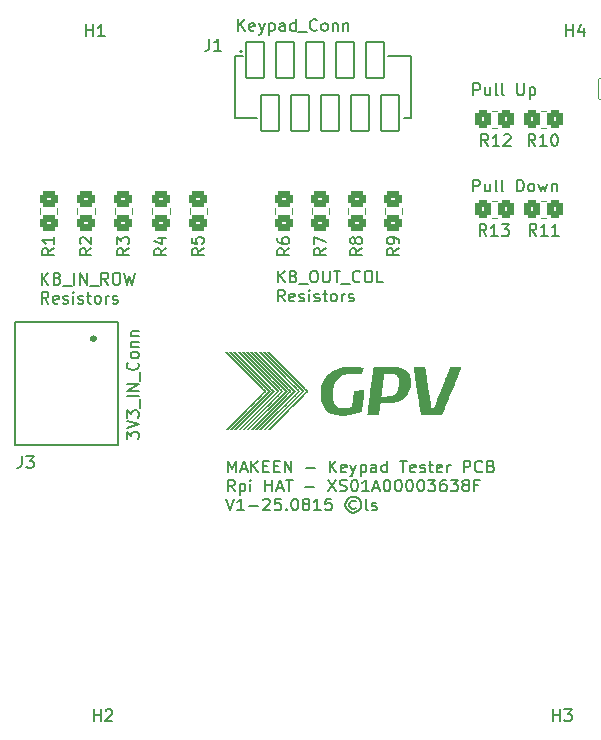
<source format=gto>
G04 #@! TF.GenerationSoftware,KiCad,Pcbnew,9.0.0*
G04 #@! TF.CreationDate,2025-08-15T17:42:36+05:30*
G04 #@! TF.ProjectId,MAKEEN_Keypad_Test_PCB,4d414b45-454e-45f4-9b65-797061645f54,V1*
G04 #@! TF.SameCoordinates,Original*
G04 #@! TF.FileFunction,Legend,Top*
G04 #@! TF.FilePolarity,Positive*
%FSLAX46Y46*%
G04 Gerber Fmt 4.6, Leading zero omitted, Abs format (unit mm)*
G04 Created by KiCad (PCBNEW 9.0.0) date 2025-08-15 17:42:36*
%MOMM*%
%LPD*%
G01*
G04 APERTURE LIST*
G04 Aperture macros list*
%AMRoundRect*
0 Rectangle with rounded corners*
0 $1 Rounding radius*
0 $2 $3 $4 $5 $6 $7 $8 $9 X,Y pos of 4 corners*
0 Add a 4 corners polygon primitive as box body*
4,1,4,$2,$3,$4,$5,$6,$7,$8,$9,$2,$3,0*
0 Add four circle primitives for the rounded corners*
1,1,$1+$1,$2,$3*
1,1,$1+$1,$4,$5*
1,1,$1+$1,$6,$7*
1,1,$1+$1,$8,$9*
0 Add four rect primitives between the rounded corners*
20,1,$1+$1,$2,$3,$4,$5,0*
20,1,$1+$1,$4,$5,$6,$7,0*
20,1,$1+$1,$6,$7,$8,$9,0*
20,1,$1+$1,$8,$9,$2,$3,0*%
G04 Aperture macros list end*
%ADD10C,0.200000*%
%ADD11C,0.120000*%
%ADD12C,0.400000*%
%ADD13C,0.000000*%
%ADD14RoundRect,0.266666X-0.373334X-0.473334X0.373334X-0.473334X0.373334X0.473334X-0.373334X0.473334X0*%
%ADD15RoundRect,0.266666X0.473334X-0.373334X0.473334X0.373334X-0.473334X0.373334X-0.473334X-0.373334X0*%
%ADD16C,2.604000*%
%ADD17RoundRect,0.102000X-0.750000X-1.500000X0.750000X-1.500000X0.750000X1.500000X-0.750000X1.500000X0*%
%ADD18C,5.480000*%
%ADD19RoundRect,0.040000X0.850000X0.850000X-0.850000X0.850000X-0.850000X-0.850000X0.850000X-0.850000X0*%
%ADD20O,1.780000X1.780000*%
G04 APERTURE END LIST*
D10*
X140189673Y-78807275D02*
X140189673Y-77807275D01*
X140761101Y-78807275D02*
X140332530Y-78235846D01*
X140761101Y-77807275D02*
X140189673Y-78378703D01*
X141523006Y-78283465D02*
X141665863Y-78331084D01*
X141665863Y-78331084D02*
X141713482Y-78378703D01*
X141713482Y-78378703D02*
X141761101Y-78473941D01*
X141761101Y-78473941D02*
X141761101Y-78616798D01*
X141761101Y-78616798D02*
X141713482Y-78712036D01*
X141713482Y-78712036D02*
X141665863Y-78759656D01*
X141665863Y-78759656D02*
X141570625Y-78807275D01*
X141570625Y-78807275D02*
X141189673Y-78807275D01*
X141189673Y-78807275D02*
X141189673Y-77807275D01*
X141189673Y-77807275D02*
X141523006Y-77807275D01*
X141523006Y-77807275D02*
X141618244Y-77854894D01*
X141618244Y-77854894D02*
X141665863Y-77902513D01*
X141665863Y-77902513D02*
X141713482Y-77997751D01*
X141713482Y-77997751D02*
X141713482Y-78092989D01*
X141713482Y-78092989D02*
X141665863Y-78188227D01*
X141665863Y-78188227D02*
X141618244Y-78235846D01*
X141618244Y-78235846D02*
X141523006Y-78283465D01*
X141523006Y-78283465D02*
X141189673Y-78283465D01*
X141951578Y-78902513D02*
X142713482Y-78902513D01*
X143142054Y-77807275D02*
X143332530Y-77807275D01*
X143332530Y-77807275D02*
X143427768Y-77854894D01*
X143427768Y-77854894D02*
X143523006Y-77950132D01*
X143523006Y-77950132D02*
X143570625Y-78140608D01*
X143570625Y-78140608D02*
X143570625Y-78473941D01*
X143570625Y-78473941D02*
X143523006Y-78664417D01*
X143523006Y-78664417D02*
X143427768Y-78759656D01*
X143427768Y-78759656D02*
X143332530Y-78807275D01*
X143332530Y-78807275D02*
X143142054Y-78807275D01*
X143142054Y-78807275D02*
X143046816Y-78759656D01*
X143046816Y-78759656D02*
X142951578Y-78664417D01*
X142951578Y-78664417D02*
X142903959Y-78473941D01*
X142903959Y-78473941D02*
X142903959Y-78140608D01*
X142903959Y-78140608D02*
X142951578Y-77950132D01*
X142951578Y-77950132D02*
X143046816Y-77854894D01*
X143046816Y-77854894D02*
X143142054Y-77807275D01*
X143999197Y-77807275D02*
X143999197Y-78616798D01*
X143999197Y-78616798D02*
X144046816Y-78712036D01*
X144046816Y-78712036D02*
X144094435Y-78759656D01*
X144094435Y-78759656D02*
X144189673Y-78807275D01*
X144189673Y-78807275D02*
X144380149Y-78807275D01*
X144380149Y-78807275D02*
X144475387Y-78759656D01*
X144475387Y-78759656D02*
X144523006Y-78712036D01*
X144523006Y-78712036D02*
X144570625Y-78616798D01*
X144570625Y-78616798D02*
X144570625Y-77807275D01*
X144903959Y-77807275D02*
X145475387Y-77807275D01*
X145189673Y-78807275D02*
X145189673Y-77807275D01*
X145570626Y-78902513D02*
X146332530Y-78902513D01*
X147142054Y-78712036D02*
X147094435Y-78759656D01*
X147094435Y-78759656D02*
X146951578Y-78807275D01*
X146951578Y-78807275D02*
X146856340Y-78807275D01*
X146856340Y-78807275D02*
X146713483Y-78759656D01*
X146713483Y-78759656D02*
X146618245Y-78664417D01*
X146618245Y-78664417D02*
X146570626Y-78569179D01*
X146570626Y-78569179D02*
X146523007Y-78378703D01*
X146523007Y-78378703D02*
X146523007Y-78235846D01*
X146523007Y-78235846D02*
X146570626Y-78045370D01*
X146570626Y-78045370D02*
X146618245Y-77950132D01*
X146618245Y-77950132D02*
X146713483Y-77854894D01*
X146713483Y-77854894D02*
X146856340Y-77807275D01*
X146856340Y-77807275D02*
X146951578Y-77807275D01*
X146951578Y-77807275D02*
X147094435Y-77854894D01*
X147094435Y-77854894D02*
X147142054Y-77902513D01*
X147761102Y-77807275D02*
X147951578Y-77807275D01*
X147951578Y-77807275D02*
X148046816Y-77854894D01*
X148046816Y-77854894D02*
X148142054Y-77950132D01*
X148142054Y-77950132D02*
X148189673Y-78140608D01*
X148189673Y-78140608D02*
X148189673Y-78473941D01*
X148189673Y-78473941D02*
X148142054Y-78664417D01*
X148142054Y-78664417D02*
X148046816Y-78759656D01*
X148046816Y-78759656D02*
X147951578Y-78807275D01*
X147951578Y-78807275D02*
X147761102Y-78807275D01*
X147761102Y-78807275D02*
X147665864Y-78759656D01*
X147665864Y-78759656D02*
X147570626Y-78664417D01*
X147570626Y-78664417D02*
X147523007Y-78473941D01*
X147523007Y-78473941D02*
X147523007Y-78140608D01*
X147523007Y-78140608D02*
X147570626Y-77950132D01*
X147570626Y-77950132D02*
X147665864Y-77854894D01*
X147665864Y-77854894D02*
X147761102Y-77807275D01*
X149094435Y-78807275D02*
X148618245Y-78807275D01*
X148618245Y-78807275D02*
X148618245Y-77807275D01*
X140761101Y-80417219D02*
X140427768Y-79941028D01*
X140189673Y-80417219D02*
X140189673Y-79417219D01*
X140189673Y-79417219D02*
X140570625Y-79417219D01*
X140570625Y-79417219D02*
X140665863Y-79464838D01*
X140665863Y-79464838D02*
X140713482Y-79512457D01*
X140713482Y-79512457D02*
X140761101Y-79607695D01*
X140761101Y-79607695D02*
X140761101Y-79750552D01*
X140761101Y-79750552D02*
X140713482Y-79845790D01*
X140713482Y-79845790D02*
X140665863Y-79893409D01*
X140665863Y-79893409D02*
X140570625Y-79941028D01*
X140570625Y-79941028D02*
X140189673Y-79941028D01*
X141570625Y-80369600D02*
X141475387Y-80417219D01*
X141475387Y-80417219D02*
X141284911Y-80417219D01*
X141284911Y-80417219D02*
X141189673Y-80369600D01*
X141189673Y-80369600D02*
X141142054Y-80274361D01*
X141142054Y-80274361D02*
X141142054Y-79893409D01*
X141142054Y-79893409D02*
X141189673Y-79798171D01*
X141189673Y-79798171D02*
X141284911Y-79750552D01*
X141284911Y-79750552D02*
X141475387Y-79750552D01*
X141475387Y-79750552D02*
X141570625Y-79798171D01*
X141570625Y-79798171D02*
X141618244Y-79893409D01*
X141618244Y-79893409D02*
X141618244Y-79988647D01*
X141618244Y-79988647D02*
X141142054Y-80083885D01*
X141999197Y-80369600D02*
X142094435Y-80417219D01*
X142094435Y-80417219D02*
X142284911Y-80417219D01*
X142284911Y-80417219D02*
X142380149Y-80369600D01*
X142380149Y-80369600D02*
X142427768Y-80274361D01*
X142427768Y-80274361D02*
X142427768Y-80226742D01*
X142427768Y-80226742D02*
X142380149Y-80131504D01*
X142380149Y-80131504D02*
X142284911Y-80083885D01*
X142284911Y-80083885D02*
X142142054Y-80083885D01*
X142142054Y-80083885D02*
X142046816Y-80036266D01*
X142046816Y-80036266D02*
X141999197Y-79941028D01*
X141999197Y-79941028D02*
X141999197Y-79893409D01*
X141999197Y-79893409D02*
X142046816Y-79798171D01*
X142046816Y-79798171D02*
X142142054Y-79750552D01*
X142142054Y-79750552D02*
X142284911Y-79750552D01*
X142284911Y-79750552D02*
X142380149Y-79798171D01*
X142856340Y-80417219D02*
X142856340Y-79750552D01*
X142856340Y-79417219D02*
X142808721Y-79464838D01*
X142808721Y-79464838D02*
X142856340Y-79512457D01*
X142856340Y-79512457D02*
X142903959Y-79464838D01*
X142903959Y-79464838D02*
X142856340Y-79417219D01*
X142856340Y-79417219D02*
X142856340Y-79512457D01*
X143284911Y-80369600D02*
X143380149Y-80417219D01*
X143380149Y-80417219D02*
X143570625Y-80417219D01*
X143570625Y-80417219D02*
X143665863Y-80369600D01*
X143665863Y-80369600D02*
X143713482Y-80274361D01*
X143713482Y-80274361D02*
X143713482Y-80226742D01*
X143713482Y-80226742D02*
X143665863Y-80131504D01*
X143665863Y-80131504D02*
X143570625Y-80083885D01*
X143570625Y-80083885D02*
X143427768Y-80083885D01*
X143427768Y-80083885D02*
X143332530Y-80036266D01*
X143332530Y-80036266D02*
X143284911Y-79941028D01*
X143284911Y-79941028D02*
X143284911Y-79893409D01*
X143284911Y-79893409D02*
X143332530Y-79798171D01*
X143332530Y-79798171D02*
X143427768Y-79750552D01*
X143427768Y-79750552D02*
X143570625Y-79750552D01*
X143570625Y-79750552D02*
X143665863Y-79798171D01*
X143999197Y-79750552D02*
X144380149Y-79750552D01*
X144142054Y-79417219D02*
X144142054Y-80274361D01*
X144142054Y-80274361D02*
X144189673Y-80369600D01*
X144189673Y-80369600D02*
X144284911Y-80417219D01*
X144284911Y-80417219D02*
X144380149Y-80417219D01*
X144856340Y-80417219D02*
X144761102Y-80369600D01*
X144761102Y-80369600D02*
X144713483Y-80321980D01*
X144713483Y-80321980D02*
X144665864Y-80226742D01*
X144665864Y-80226742D02*
X144665864Y-79941028D01*
X144665864Y-79941028D02*
X144713483Y-79845790D01*
X144713483Y-79845790D02*
X144761102Y-79798171D01*
X144761102Y-79798171D02*
X144856340Y-79750552D01*
X144856340Y-79750552D02*
X144999197Y-79750552D01*
X144999197Y-79750552D02*
X145094435Y-79798171D01*
X145094435Y-79798171D02*
X145142054Y-79845790D01*
X145142054Y-79845790D02*
X145189673Y-79941028D01*
X145189673Y-79941028D02*
X145189673Y-80226742D01*
X145189673Y-80226742D02*
X145142054Y-80321980D01*
X145142054Y-80321980D02*
X145094435Y-80369600D01*
X145094435Y-80369600D02*
X144999197Y-80417219D01*
X144999197Y-80417219D02*
X144856340Y-80417219D01*
X145618245Y-80417219D02*
X145618245Y-79750552D01*
X145618245Y-79941028D02*
X145665864Y-79845790D01*
X145665864Y-79845790D02*
X145713483Y-79798171D01*
X145713483Y-79798171D02*
X145808721Y-79750552D01*
X145808721Y-79750552D02*
X145903959Y-79750552D01*
X146189674Y-80369600D02*
X146284912Y-80417219D01*
X146284912Y-80417219D02*
X146475388Y-80417219D01*
X146475388Y-80417219D02*
X146570626Y-80369600D01*
X146570626Y-80369600D02*
X146618245Y-80274361D01*
X146618245Y-80274361D02*
X146618245Y-80226742D01*
X146618245Y-80226742D02*
X146570626Y-80131504D01*
X146570626Y-80131504D02*
X146475388Y-80083885D01*
X146475388Y-80083885D02*
X146332531Y-80083885D01*
X146332531Y-80083885D02*
X146237293Y-80036266D01*
X146237293Y-80036266D02*
X146189674Y-79941028D01*
X146189674Y-79941028D02*
X146189674Y-79893409D01*
X146189674Y-79893409D02*
X146237293Y-79798171D01*
X146237293Y-79798171D02*
X146332531Y-79750552D01*
X146332531Y-79750552D02*
X146475388Y-79750552D01*
X146475388Y-79750552D02*
X146570626Y-79798171D01*
X156739673Y-62957219D02*
X156739673Y-61957219D01*
X156739673Y-61957219D02*
X157120625Y-61957219D01*
X157120625Y-61957219D02*
X157215863Y-62004838D01*
X157215863Y-62004838D02*
X157263482Y-62052457D01*
X157263482Y-62052457D02*
X157311101Y-62147695D01*
X157311101Y-62147695D02*
X157311101Y-62290552D01*
X157311101Y-62290552D02*
X157263482Y-62385790D01*
X157263482Y-62385790D02*
X157215863Y-62433409D01*
X157215863Y-62433409D02*
X157120625Y-62481028D01*
X157120625Y-62481028D02*
X156739673Y-62481028D01*
X158168244Y-62290552D02*
X158168244Y-62957219D01*
X157739673Y-62290552D02*
X157739673Y-62814361D01*
X157739673Y-62814361D02*
X157787292Y-62909600D01*
X157787292Y-62909600D02*
X157882530Y-62957219D01*
X157882530Y-62957219D02*
X158025387Y-62957219D01*
X158025387Y-62957219D02*
X158120625Y-62909600D01*
X158120625Y-62909600D02*
X158168244Y-62861980D01*
X158787292Y-62957219D02*
X158692054Y-62909600D01*
X158692054Y-62909600D02*
X158644435Y-62814361D01*
X158644435Y-62814361D02*
X158644435Y-61957219D01*
X159311102Y-62957219D02*
X159215864Y-62909600D01*
X159215864Y-62909600D02*
X159168245Y-62814361D01*
X159168245Y-62814361D02*
X159168245Y-61957219D01*
X160453960Y-61957219D02*
X160453960Y-62766742D01*
X160453960Y-62766742D02*
X160501579Y-62861980D01*
X160501579Y-62861980D02*
X160549198Y-62909600D01*
X160549198Y-62909600D02*
X160644436Y-62957219D01*
X160644436Y-62957219D02*
X160834912Y-62957219D01*
X160834912Y-62957219D02*
X160930150Y-62909600D01*
X160930150Y-62909600D02*
X160977769Y-62861980D01*
X160977769Y-62861980D02*
X161025388Y-62766742D01*
X161025388Y-62766742D02*
X161025388Y-61957219D01*
X161501579Y-62290552D02*
X161501579Y-63290552D01*
X161501579Y-62338171D02*
X161596817Y-62290552D01*
X161596817Y-62290552D02*
X161787293Y-62290552D01*
X161787293Y-62290552D02*
X161882531Y-62338171D01*
X161882531Y-62338171D02*
X161930150Y-62385790D01*
X161930150Y-62385790D02*
X161977769Y-62481028D01*
X161977769Y-62481028D02*
X161977769Y-62766742D01*
X161977769Y-62766742D02*
X161930150Y-62861980D01*
X161930150Y-62861980D02*
X161882531Y-62909600D01*
X161882531Y-62909600D02*
X161787293Y-62957219D01*
X161787293Y-62957219D02*
X161596817Y-62957219D01*
X161596817Y-62957219D02*
X161501579Y-62909600D01*
X156709673Y-71097219D02*
X156709673Y-70097219D01*
X156709673Y-70097219D02*
X157090625Y-70097219D01*
X157090625Y-70097219D02*
X157185863Y-70144838D01*
X157185863Y-70144838D02*
X157233482Y-70192457D01*
X157233482Y-70192457D02*
X157281101Y-70287695D01*
X157281101Y-70287695D02*
X157281101Y-70430552D01*
X157281101Y-70430552D02*
X157233482Y-70525790D01*
X157233482Y-70525790D02*
X157185863Y-70573409D01*
X157185863Y-70573409D02*
X157090625Y-70621028D01*
X157090625Y-70621028D02*
X156709673Y-70621028D01*
X158138244Y-70430552D02*
X158138244Y-71097219D01*
X157709673Y-70430552D02*
X157709673Y-70954361D01*
X157709673Y-70954361D02*
X157757292Y-71049600D01*
X157757292Y-71049600D02*
X157852530Y-71097219D01*
X157852530Y-71097219D02*
X157995387Y-71097219D01*
X157995387Y-71097219D02*
X158090625Y-71049600D01*
X158090625Y-71049600D02*
X158138244Y-71001980D01*
X158757292Y-71097219D02*
X158662054Y-71049600D01*
X158662054Y-71049600D02*
X158614435Y-70954361D01*
X158614435Y-70954361D02*
X158614435Y-70097219D01*
X159281102Y-71097219D02*
X159185864Y-71049600D01*
X159185864Y-71049600D02*
X159138245Y-70954361D01*
X159138245Y-70954361D02*
X159138245Y-70097219D01*
X160423960Y-71097219D02*
X160423960Y-70097219D01*
X160423960Y-70097219D02*
X160662055Y-70097219D01*
X160662055Y-70097219D02*
X160804912Y-70144838D01*
X160804912Y-70144838D02*
X160900150Y-70240076D01*
X160900150Y-70240076D02*
X160947769Y-70335314D01*
X160947769Y-70335314D02*
X160995388Y-70525790D01*
X160995388Y-70525790D02*
X160995388Y-70668647D01*
X160995388Y-70668647D02*
X160947769Y-70859123D01*
X160947769Y-70859123D02*
X160900150Y-70954361D01*
X160900150Y-70954361D02*
X160804912Y-71049600D01*
X160804912Y-71049600D02*
X160662055Y-71097219D01*
X160662055Y-71097219D02*
X160423960Y-71097219D01*
X161566817Y-71097219D02*
X161471579Y-71049600D01*
X161471579Y-71049600D02*
X161423960Y-71001980D01*
X161423960Y-71001980D02*
X161376341Y-70906742D01*
X161376341Y-70906742D02*
X161376341Y-70621028D01*
X161376341Y-70621028D02*
X161423960Y-70525790D01*
X161423960Y-70525790D02*
X161471579Y-70478171D01*
X161471579Y-70478171D02*
X161566817Y-70430552D01*
X161566817Y-70430552D02*
X161709674Y-70430552D01*
X161709674Y-70430552D02*
X161804912Y-70478171D01*
X161804912Y-70478171D02*
X161852531Y-70525790D01*
X161852531Y-70525790D02*
X161900150Y-70621028D01*
X161900150Y-70621028D02*
X161900150Y-70906742D01*
X161900150Y-70906742D02*
X161852531Y-71001980D01*
X161852531Y-71001980D02*
X161804912Y-71049600D01*
X161804912Y-71049600D02*
X161709674Y-71097219D01*
X161709674Y-71097219D02*
X161566817Y-71097219D01*
X162233484Y-70430552D02*
X162423960Y-71097219D01*
X162423960Y-71097219D02*
X162614436Y-70621028D01*
X162614436Y-70621028D02*
X162804912Y-71097219D01*
X162804912Y-71097219D02*
X162995388Y-70430552D01*
X163376341Y-70430552D02*
X163376341Y-71097219D01*
X163376341Y-70525790D02*
X163423960Y-70478171D01*
X163423960Y-70478171D02*
X163519198Y-70430552D01*
X163519198Y-70430552D02*
X163662055Y-70430552D01*
X163662055Y-70430552D02*
X163757293Y-70478171D01*
X163757293Y-70478171D02*
X163804912Y-70573409D01*
X163804912Y-70573409D02*
X163804912Y-71097219D01*
X120189673Y-78987275D02*
X120189673Y-77987275D01*
X120761101Y-78987275D02*
X120332530Y-78415846D01*
X120761101Y-77987275D02*
X120189673Y-78558703D01*
X121523006Y-78463465D02*
X121665863Y-78511084D01*
X121665863Y-78511084D02*
X121713482Y-78558703D01*
X121713482Y-78558703D02*
X121761101Y-78653941D01*
X121761101Y-78653941D02*
X121761101Y-78796798D01*
X121761101Y-78796798D02*
X121713482Y-78892036D01*
X121713482Y-78892036D02*
X121665863Y-78939656D01*
X121665863Y-78939656D02*
X121570625Y-78987275D01*
X121570625Y-78987275D02*
X121189673Y-78987275D01*
X121189673Y-78987275D02*
X121189673Y-77987275D01*
X121189673Y-77987275D02*
X121523006Y-77987275D01*
X121523006Y-77987275D02*
X121618244Y-78034894D01*
X121618244Y-78034894D02*
X121665863Y-78082513D01*
X121665863Y-78082513D02*
X121713482Y-78177751D01*
X121713482Y-78177751D02*
X121713482Y-78272989D01*
X121713482Y-78272989D02*
X121665863Y-78368227D01*
X121665863Y-78368227D02*
X121618244Y-78415846D01*
X121618244Y-78415846D02*
X121523006Y-78463465D01*
X121523006Y-78463465D02*
X121189673Y-78463465D01*
X121951578Y-79082513D02*
X122713482Y-79082513D01*
X122951578Y-78987275D02*
X122951578Y-77987275D01*
X123427768Y-78987275D02*
X123427768Y-77987275D01*
X123427768Y-77987275D02*
X123999196Y-78987275D01*
X123999196Y-78987275D02*
X123999196Y-77987275D01*
X124237292Y-79082513D02*
X124999196Y-79082513D01*
X125808720Y-78987275D02*
X125475387Y-78511084D01*
X125237292Y-78987275D02*
X125237292Y-77987275D01*
X125237292Y-77987275D02*
X125618244Y-77987275D01*
X125618244Y-77987275D02*
X125713482Y-78034894D01*
X125713482Y-78034894D02*
X125761101Y-78082513D01*
X125761101Y-78082513D02*
X125808720Y-78177751D01*
X125808720Y-78177751D02*
X125808720Y-78320608D01*
X125808720Y-78320608D02*
X125761101Y-78415846D01*
X125761101Y-78415846D02*
X125713482Y-78463465D01*
X125713482Y-78463465D02*
X125618244Y-78511084D01*
X125618244Y-78511084D02*
X125237292Y-78511084D01*
X126427768Y-77987275D02*
X126618244Y-77987275D01*
X126618244Y-77987275D02*
X126713482Y-78034894D01*
X126713482Y-78034894D02*
X126808720Y-78130132D01*
X126808720Y-78130132D02*
X126856339Y-78320608D01*
X126856339Y-78320608D02*
X126856339Y-78653941D01*
X126856339Y-78653941D02*
X126808720Y-78844417D01*
X126808720Y-78844417D02*
X126713482Y-78939656D01*
X126713482Y-78939656D02*
X126618244Y-78987275D01*
X126618244Y-78987275D02*
X126427768Y-78987275D01*
X126427768Y-78987275D02*
X126332530Y-78939656D01*
X126332530Y-78939656D02*
X126237292Y-78844417D01*
X126237292Y-78844417D02*
X126189673Y-78653941D01*
X126189673Y-78653941D02*
X126189673Y-78320608D01*
X126189673Y-78320608D02*
X126237292Y-78130132D01*
X126237292Y-78130132D02*
X126332530Y-78034894D01*
X126332530Y-78034894D02*
X126427768Y-77987275D01*
X127189673Y-77987275D02*
X127427768Y-78987275D01*
X127427768Y-78987275D02*
X127618244Y-78272989D01*
X127618244Y-78272989D02*
X127808720Y-78987275D01*
X127808720Y-78987275D02*
X128046816Y-77987275D01*
X120761101Y-80597219D02*
X120427768Y-80121028D01*
X120189673Y-80597219D02*
X120189673Y-79597219D01*
X120189673Y-79597219D02*
X120570625Y-79597219D01*
X120570625Y-79597219D02*
X120665863Y-79644838D01*
X120665863Y-79644838D02*
X120713482Y-79692457D01*
X120713482Y-79692457D02*
X120761101Y-79787695D01*
X120761101Y-79787695D02*
X120761101Y-79930552D01*
X120761101Y-79930552D02*
X120713482Y-80025790D01*
X120713482Y-80025790D02*
X120665863Y-80073409D01*
X120665863Y-80073409D02*
X120570625Y-80121028D01*
X120570625Y-80121028D02*
X120189673Y-80121028D01*
X121570625Y-80549600D02*
X121475387Y-80597219D01*
X121475387Y-80597219D02*
X121284911Y-80597219D01*
X121284911Y-80597219D02*
X121189673Y-80549600D01*
X121189673Y-80549600D02*
X121142054Y-80454361D01*
X121142054Y-80454361D02*
X121142054Y-80073409D01*
X121142054Y-80073409D02*
X121189673Y-79978171D01*
X121189673Y-79978171D02*
X121284911Y-79930552D01*
X121284911Y-79930552D02*
X121475387Y-79930552D01*
X121475387Y-79930552D02*
X121570625Y-79978171D01*
X121570625Y-79978171D02*
X121618244Y-80073409D01*
X121618244Y-80073409D02*
X121618244Y-80168647D01*
X121618244Y-80168647D02*
X121142054Y-80263885D01*
X121999197Y-80549600D02*
X122094435Y-80597219D01*
X122094435Y-80597219D02*
X122284911Y-80597219D01*
X122284911Y-80597219D02*
X122380149Y-80549600D01*
X122380149Y-80549600D02*
X122427768Y-80454361D01*
X122427768Y-80454361D02*
X122427768Y-80406742D01*
X122427768Y-80406742D02*
X122380149Y-80311504D01*
X122380149Y-80311504D02*
X122284911Y-80263885D01*
X122284911Y-80263885D02*
X122142054Y-80263885D01*
X122142054Y-80263885D02*
X122046816Y-80216266D01*
X122046816Y-80216266D02*
X121999197Y-80121028D01*
X121999197Y-80121028D02*
X121999197Y-80073409D01*
X121999197Y-80073409D02*
X122046816Y-79978171D01*
X122046816Y-79978171D02*
X122142054Y-79930552D01*
X122142054Y-79930552D02*
X122284911Y-79930552D01*
X122284911Y-79930552D02*
X122380149Y-79978171D01*
X122856340Y-80597219D02*
X122856340Y-79930552D01*
X122856340Y-79597219D02*
X122808721Y-79644838D01*
X122808721Y-79644838D02*
X122856340Y-79692457D01*
X122856340Y-79692457D02*
X122903959Y-79644838D01*
X122903959Y-79644838D02*
X122856340Y-79597219D01*
X122856340Y-79597219D02*
X122856340Y-79692457D01*
X123284911Y-80549600D02*
X123380149Y-80597219D01*
X123380149Y-80597219D02*
X123570625Y-80597219D01*
X123570625Y-80597219D02*
X123665863Y-80549600D01*
X123665863Y-80549600D02*
X123713482Y-80454361D01*
X123713482Y-80454361D02*
X123713482Y-80406742D01*
X123713482Y-80406742D02*
X123665863Y-80311504D01*
X123665863Y-80311504D02*
X123570625Y-80263885D01*
X123570625Y-80263885D02*
X123427768Y-80263885D01*
X123427768Y-80263885D02*
X123332530Y-80216266D01*
X123332530Y-80216266D02*
X123284911Y-80121028D01*
X123284911Y-80121028D02*
X123284911Y-80073409D01*
X123284911Y-80073409D02*
X123332530Y-79978171D01*
X123332530Y-79978171D02*
X123427768Y-79930552D01*
X123427768Y-79930552D02*
X123570625Y-79930552D01*
X123570625Y-79930552D02*
X123665863Y-79978171D01*
X123999197Y-79930552D02*
X124380149Y-79930552D01*
X124142054Y-79597219D02*
X124142054Y-80454361D01*
X124142054Y-80454361D02*
X124189673Y-80549600D01*
X124189673Y-80549600D02*
X124284911Y-80597219D01*
X124284911Y-80597219D02*
X124380149Y-80597219D01*
X124856340Y-80597219D02*
X124761102Y-80549600D01*
X124761102Y-80549600D02*
X124713483Y-80501980D01*
X124713483Y-80501980D02*
X124665864Y-80406742D01*
X124665864Y-80406742D02*
X124665864Y-80121028D01*
X124665864Y-80121028D02*
X124713483Y-80025790D01*
X124713483Y-80025790D02*
X124761102Y-79978171D01*
X124761102Y-79978171D02*
X124856340Y-79930552D01*
X124856340Y-79930552D02*
X124999197Y-79930552D01*
X124999197Y-79930552D02*
X125094435Y-79978171D01*
X125094435Y-79978171D02*
X125142054Y-80025790D01*
X125142054Y-80025790D02*
X125189673Y-80121028D01*
X125189673Y-80121028D02*
X125189673Y-80406742D01*
X125189673Y-80406742D02*
X125142054Y-80501980D01*
X125142054Y-80501980D02*
X125094435Y-80549600D01*
X125094435Y-80549600D02*
X124999197Y-80597219D01*
X124999197Y-80597219D02*
X124856340Y-80597219D01*
X125618245Y-80597219D02*
X125618245Y-79930552D01*
X125618245Y-80121028D02*
X125665864Y-80025790D01*
X125665864Y-80025790D02*
X125713483Y-79978171D01*
X125713483Y-79978171D02*
X125808721Y-79930552D01*
X125808721Y-79930552D02*
X125903959Y-79930552D01*
X126189674Y-80549600D02*
X126284912Y-80597219D01*
X126284912Y-80597219D02*
X126475388Y-80597219D01*
X126475388Y-80597219D02*
X126570626Y-80549600D01*
X126570626Y-80549600D02*
X126618245Y-80454361D01*
X126618245Y-80454361D02*
X126618245Y-80406742D01*
X126618245Y-80406742D02*
X126570626Y-80311504D01*
X126570626Y-80311504D02*
X126475388Y-80263885D01*
X126475388Y-80263885D02*
X126332531Y-80263885D01*
X126332531Y-80263885D02*
X126237293Y-80216266D01*
X126237293Y-80216266D02*
X126189674Y-80121028D01*
X126189674Y-80121028D02*
X126189674Y-80073409D01*
X126189674Y-80073409D02*
X126237293Y-79978171D01*
X126237293Y-79978171D02*
X126332531Y-79930552D01*
X126332531Y-79930552D02*
X126475388Y-79930552D01*
X126475388Y-79930552D02*
X126570626Y-79978171D01*
X135949673Y-94887331D02*
X135949673Y-93887331D01*
X135949673Y-93887331D02*
X136283006Y-94601616D01*
X136283006Y-94601616D02*
X136616339Y-93887331D01*
X136616339Y-93887331D02*
X136616339Y-94887331D01*
X137044911Y-94601616D02*
X137521101Y-94601616D01*
X136949673Y-94887331D02*
X137283006Y-93887331D01*
X137283006Y-93887331D02*
X137616339Y-94887331D01*
X137949673Y-94887331D02*
X137949673Y-93887331D01*
X138521101Y-94887331D02*
X138092530Y-94315902D01*
X138521101Y-93887331D02*
X137949673Y-94458759D01*
X138949673Y-94363521D02*
X139283006Y-94363521D01*
X139425863Y-94887331D02*
X138949673Y-94887331D01*
X138949673Y-94887331D02*
X138949673Y-93887331D01*
X138949673Y-93887331D02*
X139425863Y-93887331D01*
X139854435Y-94363521D02*
X140187768Y-94363521D01*
X140330625Y-94887331D02*
X139854435Y-94887331D01*
X139854435Y-94887331D02*
X139854435Y-93887331D01*
X139854435Y-93887331D02*
X140330625Y-93887331D01*
X140759197Y-94887331D02*
X140759197Y-93887331D01*
X140759197Y-93887331D02*
X141330625Y-94887331D01*
X141330625Y-94887331D02*
X141330625Y-93887331D01*
X142568721Y-94506378D02*
X143330626Y-94506378D01*
X144568721Y-94887331D02*
X144568721Y-93887331D01*
X145140149Y-94887331D02*
X144711578Y-94315902D01*
X145140149Y-93887331D02*
X144568721Y-94458759D01*
X145949673Y-94839712D02*
X145854435Y-94887331D01*
X145854435Y-94887331D02*
X145663959Y-94887331D01*
X145663959Y-94887331D02*
X145568721Y-94839712D01*
X145568721Y-94839712D02*
X145521102Y-94744473D01*
X145521102Y-94744473D02*
X145521102Y-94363521D01*
X145521102Y-94363521D02*
X145568721Y-94268283D01*
X145568721Y-94268283D02*
X145663959Y-94220664D01*
X145663959Y-94220664D02*
X145854435Y-94220664D01*
X145854435Y-94220664D02*
X145949673Y-94268283D01*
X145949673Y-94268283D02*
X145997292Y-94363521D01*
X145997292Y-94363521D02*
X145997292Y-94458759D01*
X145997292Y-94458759D02*
X145521102Y-94553997D01*
X146330626Y-94220664D02*
X146568721Y-94887331D01*
X146806816Y-94220664D02*
X146568721Y-94887331D01*
X146568721Y-94887331D02*
X146473483Y-95125426D01*
X146473483Y-95125426D02*
X146425864Y-95173045D01*
X146425864Y-95173045D02*
X146330626Y-95220664D01*
X147187769Y-94220664D02*
X147187769Y-95220664D01*
X147187769Y-94268283D02*
X147283007Y-94220664D01*
X147283007Y-94220664D02*
X147473483Y-94220664D01*
X147473483Y-94220664D02*
X147568721Y-94268283D01*
X147568721Y-94268283D02*
X147616340Y-94315902D01*
X147616340Y-94315902D02*
X147663959Y-94411140D01*
X147663959Y-94411140D02*
X147663959Y-94696854D01*
X147663959Y-94696854D02*
X147616340Y-94792092D01*
X147616340Y-94792092D02*
X147568721Y-94839712D01*
X147568721Y-94839712D02*
X147473483Y-94887331D01*
X147473483Y-94887331D02*
X147283007Y-94887331D01*
X147283007Y-94887331D02*
X147187769Y-94839712D01*
X148521102Y-94887331D02*
X148521102Y-94363521D01*
X148521102Y-94363521D02*
X148473483Y-94268283D01*
X148473483Y-94268283D02*
X148378245Y-94220664D01*
X148378245Y-94220664D02*
X148187769Y-94220664D01*
X148187769Y-94220664D02*
X148092531Y-94268283D01*
X148521102Y-94839712D02*
X148425864Y-94887331D01*
X148425864Y-94887331D02*
X148187769Y-94887331D01*
X148187769Y-94887331D02*
X148092531Y-94839712D01*
X148092531Y-94839712D02*
X148044912Y-94744473D01*
X148044912Y-94744473D02*
X148044912Y-94649235D01*
X148044912Y-94649235D02*
X148092531Y-94553997D01*
X148092531Y-94553997D02*
X148187769Y-94506378D01*
X148187769Y-94506378D02*
X148425864Y-94506378D01*
X148425864Y-94506378D02*
X148521102Y-94458759D01*
X149425864Y-94887331D02*
X149425864Y-93887331D01*
X149425864Y-94839712D02*
X149330626Y-94887331D01*
X149330626Y-94887331D02*
X149140150Y-94887331D01*
X149140150Y-94887331D02*
X149044912Y-94839712D01*
X149044912Y-94839712D02*
X148997293Y-94792092D01*
X148997293Y-94792092D02*
X148949674Y-94696854D01*
X148949674Y-94696854D02*
X148949674Y-94411140D01*
X148949674Y-94411140D02*
X148997293Y-94315902D01*
X148997293Y-94315902D02*
X149044912Y-94268283D01*
X149044912Y-94268283D02*
X149140150Y-94220664D01*
X149140150Y-94220664D02*
X149330626Y-94220664D01*
X149330626Y-94220664D02*
X149425864Y-94268283D01*
X150521103Y-93887331D02*
X151092531Y-93887331D01*
X150806817Y-94887331D02*
X150806817Y-93887331D01*
X151806817Y-94839712D02*
X151711579Y-94887331D01*
X151711579Y-94887331D02*
X151521103Y-94887331D01*
X151521103Y-94887331D02*
X151425865Y-94839712D01*
X151425865Y-94839712D02*
X151378246Y-94744473D01*
X151378246Y-94744473D02*
X151378246Y-94363521D01*
X151378246Y-94363521D02*
X151425865Y-94268283D01*
X151425865Y-94268283D02*
X151521103Y-94220664D01*
X151521103Y-94220664D02*
X151711579Y-94220664D01*
X151711579Y-94220664D02*
X151806817Y-94268283D01*
X151806817Y-94268283D02*
X151854436Y-94363521D01*
X151854436Y-94363521D02*
X151854436Y-94458759D01*
X151854436Y-94458759D02*
X151378246Y-94553997D01*
X152235389Y-94839712D02*
X152330627Y-94887331D01*
X152330627Y-94887331D02*
X152521103Y-94887331D01*
X152521103Y-94887331D02*
X152616341Y-94839712D01*
X152616341Y-94839712D02*
X152663960Y-94744473D01*
X152663960Y-94744473D02*
X152663960Y-94696854D01*
X152663960Y-94696854D02*
X152616341Y-94601616D01*
X152616341Y-94601616D02*
X152521103Y-94553997D01*
X152521103Y-94553997D02*
X152378246Y-94553997D01*
X152378246Y-94553997D02*
X152283008Y-94506378D01*
X152283008Y-94506378D02*
X152235389Y-94411140D01*
X152235389Y-94411140D02*
X152235389Y-94363521D01*
X152235389Y-94363521D02*
X152283008Y-94268283D01*
X152283008Y-94268283D02*
X152378246Y-94220664D01*
X152378246Y-94220664D02*
X152521103Y-94220664D01*
X152521103Y-94220664D02*
X152616341Y-94268283D01*
X152949675Y-94220664D02*
X153330627Y-94220664D01*
X153092532Y-93887331D02*
X153092532Y-94744473D01*
X153092532Y-94744473D02*
X153140151Y-94839712D01*
X153140151Y-94839712D02*
X153235389Y-94887331D01*
X153235389Y-94887331D02*
X153330627Y-94887331D01*
X154044913Y-94839712D02*
X153949675Y-94887331D01*
X153949675Y-94887331D02*
X153759199Y-94887331D01*
X153759199Y-94887331D02*
X153663961Y-94839712D01*
X153663961Y-94839712D02*
X153616342Y-94744473D01*
X153616342Y-94744473D02*
X153616342Y-94363521D01*
X153616342Y-94363521D02*
X153663961Y-94268283D01*
X153663961Y-94268283D02*
X153759199Y-94220664D01*
X153759199Y-94220664D02*
X153949675Y-94220664D01*
X153949675Y-94220664D02*
X154044913Y-94268283D01*
X154044913Y-94268283D02*
X154092532Y-94363521D01*
X154092532Y-94363521D02*
X154092532Y-94458759D01*
X154092532Y-94458759D02*
X153616342Y-94553997D01*
X154521104Y-94887331D02*
X154521104Y-94220664D01*
X154521104Y-94411140D02*
X154568723Y-94315902D01*
X154568723Y-94315902D02*
X154616342Y-94268283D01*
X154616342Y-94268283D02*
X154711580Y-94220664D01*
X154711580Y-94220664D02*
X154806818Y-94220664D01*
X155902057Y-94887331D02*
X155902057Y-93887331D01*
X155902057Y-93887331D02*
X156283009Y-93887331D01*
X156283009Y-93887331D02*
X156378247Y-93934950D01*
X156378247Y-93934950D02*
X156425866Y-93982569D01*
X156425866Y-93982569D02*
X156473485Y-94077807D01*
X156473485Y-94077807D02*
X156473485Y-94220664D01*
X156473485Y-94220664D02*
X156425866Y-94315902D01*
X156425866Y-94315902D02*
X156378247Y-94363521D01*
X156378247Y-94363521D02*
X156283009Y-94411140D01*
X156283009Y-94411140D02*
X155902057Y-94411140D01*
X157473485Y-94792092D02*
X157425866Y-94839712D01*
X157425866Y-94839712D02*
X157283009Y-94887331D01*
X157283009Y-94887331D02*
X157187771Y-94887331D01*
X157187771Y-94887331D02*
X157044914Y-94839712D01*
X157044914Y-94839712D02*
X156949676Y-94744473D01*
X156949676Y-94744473D02*
X156902057Y-94649235D01*
X156902057Y-94649235D02*
X156854438Y-94458759D01*
X156854438Y-94458759D02*
X156854438Y-94315902D01*
X156854438Y-94315902D02*
X156902057Y-94125426D01*
X156902057Y-94125426D02*
X156949676Y-94030188D01*
X156949676Y-94030188D02*
X157044914Y-93934950D01*
X157044914Y-93934950D02*
X157187771Y-93887331D01*
X157187771Y-93887331D02*
X157283009Y-93887331D01*
X157283009Y-93887331D02*
X157425866Y-93934950D01*
X157425866Y-93934950D02*
X157473485Y-93982569D01*
X158235390Y-94363521D02*
X158378247Y-94411140D01*
X158378247Y-94411140D02*
X158425866Y-94458759D01*
X158425866Y-94458759D02*
X158473485Y-94553997D01*
X158473485Y-94553997D02*
X158473485Y-94696854D01*
X158473485Y-94696854D02*
X158425866Y-94792092D01*
X158425866Y-94792092D02*
X158378247Y-94839712D01*
X158378247Y-94839712D02*
X158283009Y-94887331D01*
X158283009Y-94887331D02*
X157902057Y-94887331D01*
X157902057Y-94887331D02*
X157902057Y-93887331D01*
X157902057Y-93887331D02*
X158235390Y-93887331D01*
X158235390Y-93887331D02*
X158330628Y-93934950D01*
X158330628Y-93934950D02*
X158378247Y-93982569D01*
X158378247Y-93982569D02*
X158425866Y-94077807D01*
X158425866Y-94077807D02*
X158425866Y-94173045D01*
X158425866Y-94173045D02*
X158378247Y-94268283D01*
X158378247Y-94268283D02*
X158330628Y-94315902D01*
X158330628Y-94315902D02*
X158235390Y-94363521D01*
X158235390Y-94363521D02*
X157902057Y-94363521D01*
X136521101Y-96497275D02*
X136187768Y-96021084D01*
X135949673Y-96497275D02*
X135949673Y-95497275D01*
X135949673Y-95497275D02*
X136330625Y-95497275D01*
X136330625Y-95497275D02*
X136425863Y-95544894D01*
X136425863Y-95544894D02*
X136473482Y-95592513D01*
X136473482Y-95592513D02*
X136521101Y-95687751D01*
X136521101Y-95687751D02*
X136521101Y-95830608D01*
X136521101Y-95830608D02*
X136473482Y-95925846D01*
X136473482Y-95925846D02*
X136425863Y-95973465D01*
X136425863Y-95973465D02*
X136330625Y-96021084D01*
X136330625Y-96021084D02*
X135949673Y-96021084D01*
X136949673Y-95830608D02*
X136949673Y-96830608D01*
X136949673Y-95878227D02*
X137044911Y-95830608D01*
X137044911Y-95830608D02*
X137235387Y-95830608D01*
X137235387Y-95830608D02*
X137330625Y-95878227D01*
X137330625Y-95878227D02*
X137378244Y-95925846D01*
X137378244Y-95925846D02*
X137425863Y-96021084D01*
X137425863Y-96021084D02*
X137425863Y-96306798D01*
X137425863Y-96306798D02*
X137378244Y-96402036D01*
X137378244Y-96402036D02*
X137330625Y-96449656D01*
X137330625Y-96449656D02*
X137235387Y-96497275D01*
X137235387Y-96497275D02*
X137044911Y-96497275D01*
X137044911Y-96497275D02*
X136949673Y-96449656D01*
X137854435Y-96497275D02*
X137854435Y-95830608D01*
X137854435Y-95497275D02*
X137806816Y-95544894D01*
X137806816Y-95544894D02*
X137854435Y-95592513D01*
X137854435Y-95592513D02*
X137902054Y-95544894D01*
X137902054Y-95544894D02*
X137854435Y-95497275D01*
X137854435Y-95497275D02*
X137854435Y-95592513D01*
X139092530Y-96497275D02*
X139092530Y-95497275D01*
X139092530Y-95973465D02*
X139663958Y-95973465D01*
X139663958Y-96497275D02*
X139663958Y-95497275D01*
X140092530Y-96211560D02*
X140568720Y-96211560D01*
X139997292Y-96497275D02*
X140330625Y-95497275D01*
X140330625Y-95497275D02*
X140663958Y-96497275D01*
X140854435Y-95497275D02*
X141425863Y-95497275D01*
X141140149Y-96497275D02*
X141140149Y-95497275D01*
X142521102Y-96116322D02*
X143283007Y-96116322D01*
X144425864Y-95497275D02*
X145092530Y-96497275D01*
X145092530Y-95497275D02*
X144425864Y-96497275D01*
X145425864Y-96449656D02*
X145568721Y-96497275D01*
X145568721Y-96497275D02*
X145806816Y-96497275D01*
X145806816Y-96497275D02*
X145902054Y-96449656D01*
X145902054Y-96449656D02*
X145949673Y-96402036D01*
X145949673Y-96402036D02*
X145997292Y-96306798D01*
X145997292Y-96306798D02*
X145997292Y-96211560D01*
X145997292Y-96211560D02*
X145949673Y-96116322D01*
X145949673Y-96116322D02*
X145902054Y-96068703D01*
X145902054Y-96068703D02*
X145806816Y-96021084D01*
X145806816Y-96021084D02*
X145616340Y-95973465D01*
X145616340Y-95973465D02*
X145521102Y-95925846D01*
X145521102Y-95925846D02*
X145473483Y-95878227D01*
X145473483Y-95878227D02*
X145425864Y-95782989D01*
X145425864Y-95782989D02*
X145425864Y-95687751D01*
X145425864Y-95687751D02*
X145473483Y-95592513D01*
X145473483Y-95592513D02*
X145521102Y-95544894D01*
X145521102Y-95544894D02*
X145616340Y-95497275D01*
X145616340Y-95497275D02*
X145854435Y-95497275D01*
X145854435Y-95497275D02*
X145997292Y-95544894D01*
X146616340Y-95497275D02*
X146711578Y-95497275D01*
X146711578Y-95497275D02*
X146806816Y-95544894D01*
X146806816Y-95544894D02*
X146854435Y-95592513D01*
X146854435Y-95592513D02*
X146902054Y-95687751D01*
X146902054Y-95687751D02*
X146949673Y-95878227D01*
X146949673Y-95878227D02*
X146949673Y-96116322D01*
X146949673Y-96116322D02*
X146902054Y-96306798D01*
X146902054Y-96306798D02*
X146854435Y-96402036D01*
X146854435Y-96402036D02*
X146806816Y-96449656D01*
X146806816Y-96449656D02*
X146711578Y-96497275D01*
X146711578Y-96497275D02*
X146616340Y-96497275D01*
X146616340Y-96497275D02*
X146521102Y-96449656D01*
X146521102Y-96449656D02*
X146473483Y-96402036D01*
X146473483Y-96402036D02*
X146425864Y-96306798D01*
X146425864Y-96306798D02*
X146378245Y-96116322D01*
X146378245Y-96116322D02*
X146378245Y-95878227D01*
X146378245Y-95878227D02*
X146425864Y-95687751D01*
X146425864Y-95687751D02*
X146473483Y-95592513D01*
X146473483Y-95592513D02*
X146521102Y-95544894D01*
X146521102Y-95544894D02*
X146616340Y-95497275D01*
X147902054Y-96497275D02*
X147330626Y-96497275D01*
X147616340Y-96497275D02*
X147616340Y-95497275D01*
X147616340Y-95497275D02*
X147521102Y-95640132D01*
X147521102Y-95640132D02*
X147425864Y-95735370D01*
X147425864Y-95735370D02*
X147330626Y-95782989D01*
X148283007Y-96211560D02*
X148759197Y-96211560D01*
X148187769Y-96497275D02*
X148521102Y-95497275D01*
X148521102Y-95497275D02*
X148854435Y-96497275D01*
X149378245Y-95497275D02*
X149473483Y-95497275D01*
X149473483Y-95497275D02*
X149568721Y-95544894D01*
X149568721Y-95544894D02*
X149616340Y-95592513D01*
X149616340Y-95592513D02*
X149663959Y-95687751D01*
X149663959Y-95687751D02*
X149711578Y-95878227D01*
X149711578Y-95878227D02*
X149711578Y-96116322D01*
X149711578Y-96116322D02*
X149663959Y-96306798D01*
X149663959Y-96306798D02*
X149616340Y-96402036D01*
X149616340Y-96402036D02*
X149568721Y-96449656D01*
X149568721Y-96449656D02*
X149473483Y-96497275D01*
X149473483Y-96497275D02*
X149378245Y-96497275D01*
X149378245Y-96497275D02*
X149283007Y-96449656D01*
X149283007Y-96449656D02*
X149235388Y-96402036D01*
X149235388Y-96402036D02*
X149187769Y-96306798D01*
X149187769Y-96306798D02*
X149140150Y-96116322D01*
X149140150Y-96116322D02*
X149140150Y-95878227D01*
X149140150Y-95878227D02*
X149187769Y-95687751D01*
X149187769Y-95687751D02*
X149235388Y-95592513D01*
X149235388Y-95592513D02*
X149283007Y-95544894D01*
X149283007Y-95544894D02*
X149378245Y-95497275D01*
X150330626Y-95497275D02*
X150425864Y-95497275D01*
X150425864Y-95497275D02*
X150521102Y-95544894D01*
X150521102Y-95544894D02*
X150568721Y-95592513D01*
X150568721Y-95592513D02*
X150616340Y-95687751D01*
X150616340Y-95687751D02*
X150663959Y-95878227D01*
X150663959Y-95878227D02*
X150663959Y-96116322D01*
X150663959Y-96116322D02*
X150616340Y-96306798D01*
X150616340Y-96306798D02*
X150568721Y-96402036D01*
X150568721Y-96402036D02*
X150521102Y-96449656D01*
X150521102Y-96449656D02*
X150425864Y-96497275D01*
X150425864Y-96497275D02*
X150330626Y-96497275D01*
X150330626Y-96497275D02*
X150235388Y-96449656D01*
X150235388Y-96449656D02*
X150187769Y-96402036D01*
X150187769Y-96402036D02*
X150140150Y-96306798D01*
X150140150Y-96306798D02*
X150092531Y-96116322D01*
X150092531Y-96116322D02*
X150092531Y-95878227D01*
X150092531Y-95878227D02*
X150140150Y-95687751D01*
X150140150Y-95687751D02*
X150187769Y-95592513D01*
X150187769Y-95592513D02*
X150235388Y-95544894D01*
X150235388Y-95544894D02*
X150330626Y-95497275D01*
X151283007Y-95497275D02*
X151378245Y-95497275D01*
X151378245Y-95497275D02*
X151473483Y-95544894D01*
X151473483Y-95544894D02*
X151521102Y-95592513D01*
X151521102Y-95592513D02*
X151568721Y-95687751D01*
X151568721Y-95687751D02*
X151616340Y-95878227D01*
X151616340Y-95878227D02*
X151616340Y-96116322D01*
X151616340Y-96116322D02*
X151568721Y-96306798D01*
X151568721Y-96306798D02*
X151521102Y-96402036D01*
X151521102Y-96402036D02*
X151473483Y-96449656D01*
X151473483Y-96449656D02*
X151378245Y-96497275D01*
X151378245Y-96497275D02*
X151283007Y-96497275D01*
X151283007Y-96497275D02*
X151187769Y-96449656D01*
X151187769Y-96449656D02*
X151140150Y-96402036D01*
X151140150Y-96402036D02*
X151092531Y-96306798D01*
X151092531Y-96306798D02*
X151044912Y-96116322D01*
X151044912Y-96116322D02*
X151044912Y-95878227D01*
X151044912Y-95878227D02*
X151092531Y-95687751D01*
X151092531Y-95687751D02*
X151140150Y-95592513D01*
X151140150Y-95592513D02*
X151187769Y-95544894D01*
X151187769Y-95544894D02*
X151283007Y-95497275D01*
X152235388Y-95497275D02*
X152330626Y-95497275D01*
X152330626Y-95497275D02*
X152425864Y-95544894D01*
X152425864Y-95544894D02*
X152473483Y-95592513D01*
X152473483Y-95592513D02*
X152521102Y-95687751D01*
X152521102Y-95687751D02*
X152568721Y-95878227D01*
X152568721Y-95878227D02*
X152568721Y-96116322D01*
X152568721Y-96116322D02*
X152521102Y-96306798D01*
X152521102Y-96306798D02*
X152473483Y-96402036D01*
X152473483Y-96402036D02*
X152425864Y-96449656D01*
X152425864Y-96449656D02*
X152330626Y-96497275D01*
X152330626Y-96497275D02*
X152235388Y-96497275D01*
X152235388Y-96497275D02*
X152140150Y-96449656D01*
X152140150Y-96449656D02*
X152092531Y-96402036D01*
X152092531Y-96402036D02*
X152044912Y-96306798D01*
X152044912Y-96306798D02*
X151997293Y-96116322D01*
X151997293Y-96116322D02*
X151997293Y-95878227D01*
X151997293Y-95878227D02*
X152044912Y-95687751D01*
X152044912Y-95687751D02*
X152092531Y-95592513D01*
X152092531Y-95592513D02*
X152140150Y-95544894D01*
X152140150Y-95544894D02*
X152235388Y-95497275D01*
X152902055Y-95497275D02*
X153521102Y-95497275D01*
X153521102Y-95497275D02*
X153187769Y-95878227D01*
X153187769Y-95878227D02*
X153330626Y-95878227D01*
X153330626Y-95878227D02*
X153425864Y-95925846D01*
X153425864Y-95925846D02*
X153473483Y-95973465D01*
X153473483Y-95973465D02*
X153521102Y-96068703D01*
X153521102Y-96068703D02*
X153521102Y-96306798D01*
X153521102Y-96306798D02*
X153473483Y-96402036D01*
X153473483Y-96402036D02*
X153425864Y-96449656D01*
X153425864Y-96449656D02*
X153330626Y-96497275D01*
X153330626Y-96497275D02*
X153044912Y-96497275D01*
X153044912Y-96497275D02*
X152949674Y-96449656D01*
X152949674Y-96449656D02*
X152902055Y-96402036D01*
X154378245Y-95497275D02*
X154187769Y-95497275D01*
X154187769Y-95497275D02*
X154092531Y-95544894D01*
X154092531Y-95544894D02*
X154044912Y-95592513D01*
X154044912Y-95592513D02*
X153949674Y-95735370D01*
X153949674Y-95735370D02*
X153902055Y-95925846D01*
X153902055Y-95925846D02*
X153902055Y-96306798D01*
X153902055Y-96306798D02*
X153949674Y-96402036D01*
X153949674Y-96402036D02*
X153997293Y-96449656D01*
X153997293Y-96449656D02*
X154092531Y-96497275D01*
X154092531Y-96497275D02*
X154283007Y-96497275D01*
X154283007Y-96497275D02*
X154378245Y-96449656D01*
X154378245Y-96449656D02*
X154425864Y-96402036D01*
X154425864Y-96402036D02*
X154473483Y-96306798D01*
X154473483Y-96306798D02*
X154473483Y-96068703D01*
X154473483Y-96068703D02*
X154425864Y-95973465D01*
X154425864Y-95973465D02*
X154378245Y-95925846D01*
X154378245Y-95925846D02*
X154283007Y-95878227D01*
X154283007Y-95878227D02*
X154092531Y-95878227D01*
X154092531Y-95878227D02*
X153997293Y-95925846D01*
X153997293Y-95925846D02*
X153949674Y-95973465D01*
X153949674Y-95973465D02*
X153902055Y-96068703D01*
X154806817Y-95497275D02*
X155425864Y-95497275D01*
X155425864Y-95497275D02*
X155092531Y-95878227D01*
X155092531Y-95878227D02*
X155235388Y-95878227D01*
X155235388Y-95878227D02*
X155330626Y-95925846D01*
X155330626Y-95925846D02*
X155378245Y-95973465D01*
X155378245Y-95973465D02*
X155425864Y-96068703D01*
X155425864Y-96068703D02*
X155425864Y-96306798D01*
X155425864Y-96306798D02*
X155378245Y-96402036D01*
X155378245Y-96402036D02*
X155330626Y-96449656D01*
X155330626Y-96449656D02*
X155235388Y-96497275D01*
X155235388Y-96497275D02*
X154949674Y-96497275D01*
X154949674Y-96497275D02*
X154854436Y-96449656D01*
X154854436Y-96449656D02*
X154806817Y-96402036D01*
X155997293Y-95925846D02*
X155902055Y-95878227D01*
X155902055Y-95878227D02*
X155854436Y-95830608D01*
X155854436Y-95830608D02*
X155806817Y-95735370D01*
X155806817Y-95735370D02*
X155806817Y-95687751D01*
X155806817Y-95687751D02*
X155854436Y-95592513D01*
X155854436Y-95592513D02*
X155902055Y-95544894D01*
X155902055Y-95544894D02*
X155997293Y-95497275D01*
X155997293Y-95497275D02*
X156187769Y-95497275D01*
X156187769Y-95497275D02*
X156283007Y-95544894D01*
X156283007Y-95544894D02*
X156330626Y-95592513D01*
X156330626Y-95592513D02*
X156378245Y-95687751D01*
X156378245Y-95687751D02*
X156378245Y-95735370D01*
X156378245Y-95735370D02*
X156330626Y-95830608D01*
X156330626Y-95830608D02*
X156283007Y-95878227D01*
X156283007Y-95878227D02*
X156187769Y-95925846D01*
X156187769Y-95925846D02*
X155997293Y-95925846D01*
X155997293Y-95925846D02*
X155902055Y-95973465D01*
X155902055Y-95973465D02*
X155854436Y-96021084D01*
X155854436Y-96021084D02*
X155806817Y-96116322D01*
X155806817Y-96116322D02*
X155806817Y-96306798D01*
X155806817Y-96306798D02*
X155854436Y-96402036D01*
X155854436Y-96402036D02*
X155902055Y-96449656D01*
X155902055Y-96449656D02*
X155997293Y-96497275D01*
X155997293Y-96497275D02*
X156187769Y-96497275D01*
X156187769Y-96497275D02*
X156283007Y-96449656D01*
X156283007Y-96449656D02*
X156330626Y-96402036D01*
X156330626Y-96402036D02*
X156378245Y-96306798D01*
X156378245Y-96306798D02*
X156378245Y-96116322D01*
X156378245Y-96116322D02*
X156330626Y-96021084D01*
X156330626Y-96021084D02*
X156283007Y-95973465D01*
X156283007Y-95973465D02*
X156187769Y-95925846D01*
X157140150Y-95973465D02*
X156806817Y-95973465D01*
X156806817Y-96497275D02*
X156806817Y-95497275D01*
X156806817Y-95497275D02*
X157283007Y-95497275D01*
X135806816Y-97107219D02*
X136140149Y-98107219D01*
X136140149Y-98107219D02*
X136473482Y-97107219D01*
X137330625Y-98107219D02*
X136759197Y-98107219D01*
X137044911Y-98107219D02*
X137044911Y-97107219D01*
X137044911Y-97107219D02*
X136949673Y-97250076D01*
X136949673Y-97250076D02*
X136854435Y-97345314D01*
X136854435Y-97345314D02*
X136759197Y-97392933D01*
X137759197Y-97726266D02*
X138521102Y-97726266D01*
X138949673Y-97202457D02*
X138997292Y-97154838D01*
X138997292Y-97154838D02*
X139092530Y-97107219D01*
X139092530Y-97107219D02*
X139330625Y-97107219D01*
X139330625Y-97107219D02*
X139425863Y-97154838D01*
X139425863Y-97154838D02*
X139473482Y-97202457D01*
X139473482Y-97202457D02*
X139521101Y-97297695D01*
X139521101Y-97297695D02*
X139521101Y-97392933D01*
X139521101Y-97392933D02*
X139473482Y-97535790D01*
X139473482Y-97535790D02*
X138902054Y-98107219D01*
X138902054Y-98107219D02*
X139521101Y-98107219D01*
X140425863Y-97107219D02*
X139949673Y-97107219D01*
X139949673Y-97107219D02*
X139902054Y-97583409D01*
X139902054Y-97583409D02*
X139949673Y-97535790D01*
X139949673Y-97535790D02*
X140044911Y-97488171D01*
X140044911Y-97488171D02*
X140283006Y-97488171D01*
X140283006Y-97488171D02*
X140378244Y-97535790D01*
X140378244Y-97535790D02*
X140425863Y-97583409D01*
X140425863Y-97583409D02*
X140473482Y-97678647D01*
X140473482Y-97678647D02*
X140473482Y-97916742D01*
X140473482Y-97916742D02*
X140425863Y-98011980D01*
X140425863Y-98011980D02*
X140378244Y-98059600D01*
X140378244Y-98059600D02*
X140283006Y-98107219D01*
X140283006Y-98107219D02*
X140044911Y-98107219D01*
X140044911Y-98107219D02*
X139949673Y-98059600D01*
X139949673Y-98059600D02*
X139902054Y-98011980D01*
X140902054Y-98011980D02*
X140949673Y-98059600D01*
X140949673Y-98059600D02*
X140902054Y-98107219D01*
X140902054Y-98107219D02*
X140854435Y-98059600D01*
X140854435Y-98059600D02*
X140902054Y-98011980D01*
X140902054Y-98011980D02*
X140902054Y-98107219D01*
X141568720Y-97107219D02*
X141663958Y-97107219D01*
X141663958Y-97107219D02*
X141759196Y-97154838D01*
X141759196Y-97154838D02*
X141806815Y-97202457D01*
X141806815Y-97202457D02*
X141854434Y-97297695D01*
X141854434Y-97297695D02*
X141902053Y-97488171D01*
X141902053Y-97488171D02*
X141902053Y-97726266D01*
X141902053Y-97726266D02*
X141854434Y-97916742D01*
X141854434Y-97916742D02*
X141806815Y-98011980D01*
X141806815Y-98011980D02*
X141759196Y-98059600D01*
X141759196Y-98059600D02*
X141663958Y-98107219D01*
X141663958Y-98107219D02*
X141568720Y-98107219D01*
X141568720Y-98107219D02*
X141473482Y-98059600D01*
X141473482Y-98059600D02*
X141425863Y-98011980D01*
X141425863Y-98011980D02*
X141378244Y-97916742D01*
X141378244Y-97916742D02*
X141330625Y-97726266D01*
X141330625Y-97726266D02*
X141330625Y-97488171D01*
X141330625Y-97488171D02*
X141378244Y-97297695D01*
X141378244Y-97297695D02*
X141425863Y-97202457D01*
X141425863Y-97202457D02*
X141473482Y-97154838D01*
X141473482Y-97154838D02*
X141568720Y-97107219D01*
X142473482Y-97535790D02*
X142378244Y-97488171D01*
X142378244Y-97488171D02*
X142330625Y-97440552D01*
X142330625Y-97440552D02*
X142283006Y-97345314D01*
X142283006Y-97345314D02*
X142283006Y-97297695D01*
X142283006Y-97297695D02*
X142330625Y-97202457D01*
X142330625Y-97202457D02*
X142378244Y-97154838D01*
X142378244Y-97154838D02*
X142473482Y-97107219D01*
X142473482Y-97107219D02*
X142663958Y-97107219D01*
X142663958Y-97107219D02*
X142759196Y-97154838D01*
X142759196Y-97154838D02*
X142806815Y-97202457D01*
X142806815Y-97202457D02*
X142854434Y-97297695D01*
X142854434Y-97297695D02*
X142854434Y-97345314D01*
X142854434Y-97345314D02*
X142806815Y-97440552D01*
X142806815Y-97440552D02*
X142759196Y-97488171D01*
X142759196Y-97488171D02*
X142663958Y-97535790D01*
X142663958Y-97535790D02*
X142473482Y-97535790D01*
X142473482Y-97535790D02*
X142378244Y-97583409D01*
X142378244Y-97583409D02*
X142330625Y-97631028D01*
X142330625Y-97631028D02*
X142283006Y-97726266D01*
X142283006Y-97726266D02*
X142283006Y-97916742D01*
X142283006Y-97916742D02*
X142330625Y-98011980D01*
X142330625Y-98011980D02*
X142378244Y-98059600D01*
X142378244Y-98059600D02*
X142473482Y-98107219D01*
X142473482Y-98107219D02*
X142663958Y-98107219D01*
X142663958Y-98107219D02*
X142759196Y-98059600D01*
X142759196Y-98059600D02*
X142806815Y-98011980D01*
X142806815Y-98011980D02*
X142854434Y-97916742D01*
X142854434Y-97916742D02*
X142854434Y-97726266D01*
X142854434Y-97726266D02*
X142806815Y-97631028D01*
X142806815Y-97631028D02*
X142759196Y-97583409D01*
X142759196Y-97583409D02*
X142663958Y-97535790D01*
X143806815Y-98107219D02*
X143235387Y-98107219D01*
X143521101Y-98107219D02*
X143521101Y-97107219D01*
X143521101Y-97107219D02*
X143425863Y-97250076D01*
X143425863Y-97250076D02*
X143330625Y-97345314D01*
X143330625Y-97345314D02*
X143235387Y-97392933D01*
X144711577Y-97107219D02*
X144235387Y-97107219D01*
X144235387Y-97107219D02*
X144187768Y-97583409D01*
X144187768Y-97583409D02*
X144235387Y-97535790D01*
X144235387Y-97535790D02*
X144330625Y-97488171D01*
X144330625Y-97488171D02*
X144568720Y-97488171D01*
X144568720Y-97488171D02*
X144663958Y-97535790D01*
X144663958Y-97535790D02*
X144711577Y-97583409D01*
X144711577Y-97583409D02*
X144759196Y-97678647D01*
X144759196Y-97678647D02*
X144759196Y-97916742D01*
X144759196Y-97916742D02*
X144711577Y-98011980D01*
X144711577Y-98011980D02*
X144663958Y-98059600D01*
X144663958Y-98059600D02*
X144568720Y-98107219D01*
X144568720Y-98107219D02*
X144330625Y-98107219D01*
X144330625Y-98107219D02*
X144235387Y-98059600D01*
X144235387Y-98059600D02*
X144187768Y-98011980D01*
X146759197Y-97345314D02*
X146663958Y-97297695D01*
X146663958Y-97297695D02*
X146473482Y-97297695D01*
X146473482Y-97297695D02*
X146378244Y-97345314D01*
X146378244Y-97345314D02*
X146283006Y-97440552D01*
X146283006Y-97440552D02*
X146235387Y-97535790D01*
X146235387Y-97535790D02*
X146235387Y-97726266D01*
X146235387Y-97726266D02*
X146283006Y-97821504D01*
X146283006Y-97821504D02*
X146378244Y-97916742D01*
X146378244Y-97916742D02*
X146473482Y-97964361D01*
X146473482Y-97964361D02*
X146663958Y-97964361D01*
X146663958Y-97964361D02*
X146759197Y-97916742D01*
X146568720Y-96964361D02*
X146330625Y-97011980D01*
X146330625Y-97011980D02*
X146092530Y-97154838D01*
X146092530Y-97154838D02*
X145949673Y-97392933D01*
X145949673Y-97392933D02*
X145902054Y-97631028D01*
X145902054Y-97631028D02*
X145949673Y-97869123D01*
X145949673Y-97869123D02*
X146092530Y-98107219D01*
X146092530Y-98107219D02*
X146330625Y-98250076D01*
X146330625Y-98250076D02*
X146568720Y-98297695D01*
X146568720Y-98297695D02*
X146806816Y-98250076D01*
X146806816Y-98250076D02*
X147044911Y-98107219D01*
X147044911Y-98107219D02*
X147187768Y-97869123D01*
X147187768Y-97869123D02*
X147235387Y-97631028D01*
X147235387Y-97631028D02*
X147187768Y-97392933D01*
X147187768Y-97392933D02*
X147044911Y-97154838D01*
X147044911Y-97154838D02*
X146806816Y-97011980D01*
X146806816Y-97011980D02*
X146568720Y-96964361D01*
X147806816Y-98107219D02*
X147711578Y-98059600D01*
X147711578Y-98059600D02*
X147663959Y-97964361D01*
X147663959Y-97964361D02*
X147663959Y-97107219D01*
X148140150Y-98059600D02*
X148235388Y-98107219D01*
X148235388Y-98107219D02*
X148425864Y-98107219D01*
X148425864Y-98107219D02*
X148521102Y-98059600D01*
X148521102Y-98059600D02*
X148568721Y-97964361D01*
X148568721Y-97964361D02*
X148568721Y-97916742D01*
X148568721Y-97916742D02*
X148521102Y-97821504D01*
X148521102Y-97821504D02*
X148425864Y-97773885D01*
X148425864Y-97773885D02*
X148283007Y-97773885D01*
X148283007Y-97773885D02*
X148187769Y-97726266D01*
X148187769Y-97726266D02*
X148140150Y-97631028D01*
X148140150Y-97631028D02*
X148140150Y-97583409D01*
X148140150Y-97583409D02*
X148187769Y-97488171D01*
X148187769Y-97488171D02*
X148283007Y-97440552D01*
X148283007Y-97440552D02*
X148425864Y-97440552D01*
X148425864Y-97440552D02*
X148521102Y-97488171D01*
X162067142Y-74842219D02*
X161733809Y-74366028D01*
X161495714Y-74842219D02*
X161495714Y-73842219D01*
X161495714Y-73842219D02*
X161876666Y-73842219D01*
X161876666Y-73842219D02*
X161971904Y-73889838D01*
X161971904Y-73889838D02*
X162019523Y-73937457D01*
X162019523Y-73937457D02*
X162067142Y-74032695D01*
X162067142Y-74032695D02*
X162067142Y-74175552D01*
X162067142Y-74175552D02*
X162019523Y-74270790D01*
X162019523Y-74270790D02*
X161971904Y-74318409D01*
X161971904Y-74318409D02*
X161876666Y-74366028D01*
X161876666Y-74366028D02*
X161495714Y-74366028D01*
X163019523Y-74842219D02*
X162448095Y-74842219D01*
X162733809Y-74842219D02*
X162733809Y-73842219D01*
X162733809Y-73842219D02*
X162638571Y-73985076D01*
X162638571Y-73985076D02*
X162543333Y-74080314D01*
X162543333Y-74080314D02*
X162448095Y-74127933D01*
X163971904Y-74842219D02*
X163400476Y-74842219D01*
X163686190Y-74842219D02*
X163686190Y-73842219D01*
X163686190Y-73842219D02*
X163590952Y-73985076D01*
X163590952Y-73985076D02*
X163495714Y-74080314D01*
X163495714Y-74080314D02*
X163400476Y-74127933D01*
X124394719Y-75916666D02*
X123918528Y-76249999D01*
X124394719Y-76488094D02*
X123394719Y-76488094D01*
X123394719Y-76488094D02*
X123394719Y-76107142D01*
X123394719Y-76107142D02*
X123442338Y-76011904D01*
X123442338Y-76011904D02*
X123489957Y-75964285D01*
X123489957Y-75964285D02*
X123585195Y-75916666D01*
X123585195Y-75916666D02*
X123728052Y-75916666D01*
X123728052Y-75916666D02*
X123823290Y-75964285D01*
X123823290Y-75964285D02*
X123870909Y-76011904D01*
X123870909Y-76011904D02*
X123918528Y-76107142D01*
X123918528Y-76107142D02*
X123918528Y-76488094D01*
X123489957Y-75535713D02*
X123442338Y-75488094D01*
X123442338Y-75488094D02*
X123394719Y-75392856D01*
X123394719Y-75392856D02*
X123394719Y-75154761D01*
X123394719Y-75154761D02*
X123442338Y-75059523D01*
X123442338Y-75059523D02*
X123489957Y-75011904D01*
X123489957Y-75011904D02*
X123585195Y-74964285D01*
X123585195Y-74964285D02*
X123680433Y-74964285D01*
X123680433Y-74964285D02*
X123823290Y-75011904D01*
X123823290Y-75011904D02*
X124394719Y-75583332D01*
X124394719Y-75583332D02*
X124394719Y-74964285D01*
X133897219Y-75916666D02*
X133421028Y-76249999D01*
X133897219Y-76488094D02*
X132897219Y-76488094D01*
X132897219Y-76488094D02*
X132897219Y-76107142D01*
X132897219Y-76107142D02*
X132944838Y-76011904D01*
X132944838Y-76011904D02*
X132992457Y-75964285D01*
X132992457Y-75964285D02*
X133087695Y-75916666D01*
X133087695Y-75916666D02*
X133230552Y-75916666D01*
X133230552Y-75916666D02*
X133325790Y-75964285D01*
X133325790Y-75964285D02*
X133373409Y-76011904D01*
X133373409Y-76011904D02*
X133421028Y-76107142D01*
X133421028Y-76107142D02*
X133421028Y-76488094D01*
X132897219Y-75011904D02*
X132897219Y-75488094D01*
X132897219Y-75488094D02*
X133373409Y-75535713D01*
X133373409Y-75535713D02*
X133325790Y-75488094D01*
X133325790Y-75488094D02*
X133278171Y-75392856D01*
X133278171Y-75392856D02*
X133278171Y-75154761D01*
X133278171Y-75154761D02*
X133325790Y-75059523D01*
X133325790Y-75059523D02*
X133373409Y-75011904D01*
X133373409Y-75011904D02*
X133468647Y-74964285D01*
X133468647Y-74964285D02*
X133706742Y-74964285D01*
X133706742Y-74964285D02*
X133801980Y-75011904D01*
X133801980Y-75011904D02*
X133849600Y-75059523D01*
X133849600Y-75059523D02*
X133897219Y-75154761D01*
X133897219Y-75154761D02*
X133897219Y-75392856D01*
X133897219Y-75392856D02*
X133849600Y-75488094D01*
X133849600Y-75488094D02*
X133801980Y-75535713D01*
X161977142Y-67242219D02*
X161643809Y-66766028D01*
X161405714Y-67242219D02*
X161405714Y-66242219D01*
X161405714Y-66242219D02*
X161786666Y-66242219D01*
X161786666Y-66242219D02*
X161881904Y-66289838D01*
X161881904Y-66289838D02*
X161929523Y-66337457D01*
X161929523Y-66337457D02*
X161977142Y-66432695D01*
X161977142Y-66432695D02*
X161977142Y-66575552D01*
X161977142Y-66575552D02*
X161929523Y-66670790D01*
X161929523Y-66670790D02*
X161881904Y-66718409D01*
X161881904Y-66718409D02*
X161786666Y-66766028D01*
X161786666Y-66766028D02*
X161405714Y-66766028D01*
X162929523Y-67242219D02*
X162358095Y-67242219D01*
X162643809Y-67242219D02*
X162643809Y-66242219D01*
X162643809Y-66242219D02*
X162548571Y-66385076D01*
X162548571Y-66385076D02*
X162453333Y-66480314D01*
X162453333Y-66480314D02*
X162358095Y-66527933D01*
X163548571Y-66242219D02*
X163643809Y-66242219D01*
X163643809Y-66242219D02*
X163739047Y-66289838D01*
X163739047Y-66289838D02*
X163786666Y-66337457D01*
X163786666Y-66337457D02*
X163834285Y-66432695D01*
X163834285Y-66432695D02*
X163881904Y-66623171D01*
X163881904Y-66623171D02*
X163881904Y-66861266D01*
X163881904Y-66861266D02*
X163834285Y-67051742D01*
X163834285Y-67051742D02*
X163786666Y-67146980D01*
X163786666Y-67146980D02*
X163739047Y-67194600D01*
X163739047Y-67194600D02*
X163643809Y-67242219D01*
X163643809Y-67242219D02*
X163548571Y-67242219D01*
X163548571Y-67242219D02*
X163453333Y-67194600D01*
X163453333Y-67194600D02*
X163405714Y-67146980D01*
X163405714Y-67146980D02*
X163358095Y-67051742D01*
X163358095Y-67051742D02*
X163310476Y-66861266D01*
X163310476Y-66861266D02*
X163310476Y-66623171D01*
X163310476Y-66623171D02*
X163358095Y-66432695D01*
X163358095Y-66432695D02*
X163405714Y-66337457D01*
X163405714Y-66337457D02*
X163453333Y-66289838D01*
X163453333Y-66289838D02*
X163548571Y-66242219D01*
X157987142Y-67262219D02*
X157653809Y-66786028D01*
X157415714Y-67262219D02*
X157415714Y-66262219D01*
X157415714Y-66262219D02*
X157796666Y-66262219D01*
X157796666Y-66262219D02*
X157891904Y-66309838D01*
X157891904Y-66309838D02*
X157939523Y-66357457D01*
X157939523Y-66357457D02*
X157987142Y-66452695D01*
X157987142Y-66452695D02*
X157987142Y-66595552D01*
X157987142Y-66595552D02*
X157939523Y-66690790D01*
X157939523Y-66690790D02*
X157891904Y-66738409D01*
X157891904Y-66738409D02*
X157796666Y-66786028D01*
X157796666Y-66786028D02*
X157415714Y-66786028D01*
X158939523Y-67262219D02*
X158368095Y-67262219D01*
X158653809Y-67262219D02*
X158653809Y-66262219D01*
X158653809Y-66262219D02*
X158558571Y-66405076D01*
X158558571Y-66405076D02*
X158463333Y-66500314D01*
X158463333Y-66500314D02*
X158368095Y-66547933D01*
X159320476Y-66357457D02*
X159368095Y-66309838D01*
X159368095Y-66309838D02*
X159463333Y-66262219D01*
X159463333Y-66262219D02*
X159701428Y-66262219D01*
X159701428Y-66262219D02*
X159796666Y-66309838D01*
X159796666Y-66309838D02*
X159844285Y-66357457D01*
X159844285Y-66357457D02*
X159891904Y-66452695D01*
X159891904Y-66452695D02*
X159891904Y-66547933D01*
X159891904Y-66547933D02*
X159844285Y-66690790D01*
X159844285Y-66690790D02*
X159272857Y-67262219D01*
X159272857Y-67262219D02*
X159891904Y-67262219D01*
X147317219Y-75916666D02*
X146841028Y-76249999D01*
X147317219Y-76488094D02*
X146317219Y-76488094D01*
X146317219Y-76488094D02*
X146317219Y-76107142D01*
X146317219Y-76107142D02*
X146364838Y-76011904D01*
X146364838Y-76011904D02*
X146412457Y-75964285D01*
X146412457Y-75964285D02*
X146507695Y-75916666D01*
X146507695Y-75916666D02*
X146650552Y-75916666D01*
X146650552Y-75916666D02*
X146745790Y-75964285D01*
X146745790Y-75964285D02*
X146793409Y-76011904D01*
X146793409Y-76011904D02*
X146841028Y-76107142D01*
X146841028Y-76107142D02*
X146841028Y-76488094D01*
X146745790Y-75345237D02*
X146698171Y-75440475D01*
X146698171Y-75440475D02*
X146650552Y-75488094D01*
X146650552Y-75488094D02*
X146555314Y-75535713D01*
X146555314Y-75535713D02*
X146507695Y-75535713D01*
X146507695Y-75535713D02*
X146412457Y-75488094D01*
X146412457Y-75488094D02*
X146364838Y-75440475D01*
X146364838Y-75440475D02*
X146317219Y-75345237D01*
X146317219Y-75345237D02*
X146317219Y-75154761D01*
X146317219Y-75154761D02*
X146364838Y-75059523D01*
X146364838Y-75059523D02*
X146412457Y-75011904D01*
X146412457Y-75011904D02*
X146507695Y-74964285D01*
X146507695Y-74964285D02*
X146555314Y-74964285D01*
X146555314Y-74964285D02*
X146650552Y-75011904D01*
X146650552Y-75011904D02*
X146698171Y-75059523D01*
X146698171Y-75059523D02*
X146745790Y-75154761D01*
X146745790Y-75154761D02*
X146745790Y-75345237D01*
X146745790Y-75345237D02*
X146793409Y-75440475D01*
X146793409Y-75440475D02*
X146841028Y-75488094D01*
X146841028Y-75488094D02*
X146936266Y-75535713D01*
X146936266Y-75535713D02*
X147126742Y-75535713D01*
X147126742Y-75535713D02*
X147221980Y-75488094D01*
X147221980Y-75488094D02*
X147269600Y-75440475D01*
X147269600Y-75440475D02*
X147317219Y-75345237D01*
X147317219Y-75345237D02*
X147317219Y-75154761D01*
X147317219Y-75154761D02*
X147269600Y-75059523D01*
X147269600Y-75059523D02*
X147221980Y-75011904D01*
X147221980Y-75011904D02*
X147126742Y-74964285D01*
X147126742Y-74964285D02*
X146936266Y-74964285D01*
X146936266Y-74964285D02*
X146841028Y-75011904D01*
X146841028Y-75011904D02*
X146793409Y-75059523D01*
X146793409Y-75059523D02*
X146745790Y-75154761D01*
X118506666Y-93502219D02*
X118506666Y-94216504D01*
X118506666Y-94216504D02*
X118459047Y-94359361D01*
X118459047Y-94359361D02*
X118363809Y-94454600D01*
X118363809Y-94454600D02*
X118220952Y-94502219D01*
X118220952Y-94502219D02*
X118125714Y-94502219D01*
X118887619Y-93502219D02*
X119506666Y-93502219D01*
X119506666Y-93502219D02*
X119173333Y-93883171D01*
X119173333Y-93883171D02*
X119316190Y-93883171D01*
X119316190Y-93883171D02*
X119411428Y-93930790D01*
X119411428Y-93930790D02*
X119459047Y-93978409D01*
X119459047Y-93978409D02*
X119506666Y-94073647D01*
X119506666Y-94073647D02*
X119506666Y-94311742D01*
X119506666Y-94311742D02*
X119459047Y-94406980D01*
X119459047Y-94406980D02*
X119411428Y-94454600D01*
X119411428Y-94454600D02*
X119316190Y-94502219D01*
X119316190Y-94502219D02*
X119030476Y-94502219D01*
X119030476Y-94502219D02*
X118935238Y-94454600D01*
X118935238Y-94454600D02*
X118887619Y-94406980D01*
X127402219Y-92069047D02*
X127402219Y-91450000D01*
X127402219Y-91450000D02*
X127783171Y-91783333D01*
X127783171Y-91783333D02*
X127783171Y-91640476D01*
X127783171Y-91640476D02*
X127830790Y-91545238D01*
X127830790Y-91545238D02*
X127878409Y-91497619D01*
X127878409Y-91497619D02*
X127973647Y-91450000D01*
X127973647Y-91450000D02*
X128211742Y-91450000D01*
X128211742Y-91450000D02*
X128306980Y-91497619D01*
X128306980Y-91497619D02*
X128354600Y-91545238D01*
X128354600Y-91545238D02*
X128402219Y-91640476D01*
X128402219Y-91640476D02*
X128402219Y-91926190D01*
X128402219Y-91926190D02*
X128354600Y-92021428D01*
X128354600Y-92021428D02*
X128306980Y-92069047D01*
X127402219Y-91164285D02*
X128402219Y-90830952D01*
X128402219Y-90830952D02*
X127402219Y-90497619D01*
X127402219Y-90259523D02*
X127402219Y-89640476D01*
X127402219Y-89640476D02*
X127783171Y-89973809D01*
X127783171Y-89973809D02*
X127783171Y-89830952D01*
X127783171Y-89830952D02*
X127830790Y-89735714D01*
X127830790Y-89735714D02*
X127878409Y-89688095D01*
X127878409Y-89688095D02*
X127973647Y-89640476D01*
X127973647Y-89640476D02*
X128211742Y-89640476D01*
X128211742Y-89640476D02*
X128306980Y-89688095D01*
X128306980Y-89688095D02*
X128354600Y-89735714D01*
X128354600Y-89735714D02*
X128402219Y-89830952D01*
X128402219Y-89830952D02*
X128402219Y-90116666D01*
X128402219Y-90116666D02*
X128354600Y-90211904D01*
X128354600Y-90211904D02*
X128306980Y-90259523D01*
X128497457Y-89450000D02*
X128497457Y-88688095D01*
X128402219Y-88449999D02*
X127402219Y-88449999D01*
X128402219Y-87973809D02*
X127402219Y-87973809D01*
X127402219Y-87973809D02*
X128402219Y-87402381D01*
X128402219Y-87402381D02*
X127402219Y-87402381D01*
X128497457Y-87164286D02*
X128497457Y-86402381D01*
X128306980Y-85592857D02*
X128354600Y-85640476D01*
X128354600Y-85640476D02*
X128402219Y-85783333D01*
X128402219Y-85783333D02*
X128402219Y-85878571D01*
X128402219Y-85878571D02*
X128354600Y-86021428D01*
X128354600Y-86021428D02*
X128259361Y-86116666D01*
X128259361Y-86116666D02*
X128164123Y-86164285D01*
X128164123Y-86164285D02*
X127973647Y-86211904D01*
X127973647Y-86211904D02*
X127830790Y-86211904D01*
X127830790Y-86211904D02*
X127640314Y-86164285D01*
X127640314Y-86164285D02*
X127545076Y-86116666D01*
X127545076Y-86116666D02*
X127449838Y-86021428D01*
X127449838Y-86021428D02*
X127402219Y-85878571D01*
X127402219Y-85878571D02*
X127402219Y-85783333D01*
X127402219Y-85783333D02*
X127449838Y-85640476D01*
X127449838Y-85640476D02*
X127497457Y-85592857D01*
X128402219Y-85021428D02*
X128354600Y-85116666D01*
X128354600Y-85116666D02*
X128306980Y-85164285D01*
X128306980Y-85164285D02*
X128211742Y-85211904D01*
X128211742Y-85211904D02*
X127926028Y-85211904D01*
X127926028Y-85211904D02*
X127830790Y-85164285D01*
X127830790Y-85164285D02*
X127783171Y-85116666D01*
X127783171Y-85116666D02*
X127735552Y-85021428D01*
X127735552Y-85021428D02*
X127735552Y-84878571D01*
X127735552Y-84878571D02*
X127783171Y-84783333D01*
X127783171Y-84783333D02*
X127830790Y-84735714D01*
X127830790Y-84735714D02*
X127926028Y-84688095D01*
X127926028Y-84688095D02*
X128211742Y-84688095D01*
X128211742Y-84688095D02*
X128306980Y-84735714D01*
X128306980Y-84735714D02*
X128354600Y-84783333D01*
X128354600Y-84783333D02*
X128402219Y-84878571D01*
X128402219Y-84878571D02*
X128402219Y-85021428D01*
X127735552Y-84259523D02*
X128402219Y-84259523D01*
X127830790Y-84259523D02*
X127783171Y-84211904D01*
X127783171Y-84211904D02*
X127735552Y-84116666D01*
X127735552Y-84116666D02*
X127735552Y-83973809D01*
X127735552Y-83973809D02*
X127783171Y-83878571D01*
X127783171Y-83878571D02*
X127878409Y-83830952D01*
X127878409Y-83830952D02*
X128402219Y-83830952D01*
X127735552Y-83354761D02*
X128402219Y-83354761D01*
X127830790Y-83354761D02*
X127783171Y-83307142D01*
X127783171Y-83307142D02*
X127735552Y-83211904D01*
X127735552Y-83211904D02*
X127735552Y-83069047D01*
X127735552Y-83069047D02*
X127783171Y-82973809D01*
X127783171Y-82973809D02*
X127878409Y-82926190D01*
X127878409Y-82926190D02*
X128402219Y-82926190D01*
X144227219Y-75916666D02*
X143751028Y-76249999D01*
X144227219Y-76488094D02*
X143227219Y-76488094D01*
X143227219Y-76488094D02*
X143227219Y-76107142D01*
X143227219Y-76107142D02*
X143274838Y-76011904D01*
X143274838Y-76011904D02*
X143322457Y-75964285D01*
X143322457Y-75964285D02*
X143417695Y-75916666D01*
X143417695Y-75916666D02*
X143560552Y-75916666D01*
X143560552Y-75916666D02*
X143655790Y-75964285D01*
X143655790Y-75964285D02*
X143703409Y-76011904D01*
X143703409Y-76011904D02*
X143751028Y-76107142D01*
X143751028Y-76107142D02*
X143751028Y-76488094D01*
X143227219Y-75583332D02*
X143227219Y-74916666D01*
X143227219Y-74916666D02*
X144227219Y-75345237D01*
X150407219Y-75916666D02*
X149931028Y-76249999D01*
X150407219Y-76488094D02*
X149407219Y-76488094D01*
X149407219Y-76488094D02*
X149407219Y-76107142D01*
X149407219Y-76107142D02*
X149454838Y-76011904D01*
X149454838Y-76011904D02*
X149502457Y-75964285D01*
X149502457Y-75964285D02*
X149597695Y-75916666D01*
X149597695Y-75916666D02*
X149740552Y-75916666D01*
X149740552Y-75916666D02*
X149835790Y-75964285D01*
X149835790Y-75964285D02*
X149883409Y-76011904D01*
X149883409Y-76011904D02*
X149931028Y-76107142D01*
X149931028Y-76107142D02*
X149931028Y-76488094D01*
X150407219Y-75440475D02*
X150407219Y-75249999D01*
X150407219Y-75249999D02*
X150359600Y-75154761D01*
X150359600Y-75154761D02*
X150311980Y-75107142D01*
X150311980Y-75107142D02*
X150169123Y-75011904D01*
X150169123Y-75011904D02*
X149978647Y-74964285D01*
X149978647Y-74964285D02*
X149597695Y-74964285D01*
X149597695Y-74964285D02*
X149502457Y-75011904D01*
X149502457Y-75011904D02*
X149454838Y-75059523D01*
X149454838Y-75059523D02*
X149407219Y-75154761D01*
X149407219Y-75154761D02*
X149407219Y-75345237D01*
X149407219Y-75345237D02*
X149454838Y-75440475D01*
X149454838Y-75440475D02*
X149502457Y-75488094D01*
X149502457Y-75488094D02*
X149597695Y-75535713D01*
X149597695Y-75535713D02*
X149835790Y-75535713D01*
X149835790Y-75535713D02*
X149931028Y-75488094D01*
X149931028Y-75488094D02*
X149978647Y-75440475D01*
X149978647Y-75440475D02*
X150026266Y-75345237D01*
X150026266Y-75345237D02*
X150026266Y-75154761D01*
X150026266Y-75154761D02*
X149978647Y-75059523D01*
X149978647Y-75059523D02*
X149931028Y-75011904D01*
X149931028Y-75011904D02*
X149835790Y-74964285D01*
X134386666Y-58172219D02*
X134386666Y-58886504D01*
X134386666Y-58886504D02*
X134339047Y-59029361D01*
X134339047Y-59029361D02*
X134243809Y-59124600D01*
X134243809Y-59124600D02*
X134100952Y-59172219D01*
X134100952Y-59172219D02*
X134005714Y-59172219D01*
X135386666Y-59172219D02*
X134815238Y-59172219D01*
X135100952Y-59172219D02*
X135100952Y-58172219D01*
X135100952Y-58172219D02*
X135005714Y-58315076D01*
X135005714Y-58315076D02*
X134910476Y-58410314D01*
X134910476Y-58410314D02*
X134815238Y-58457933D01*
X136823333Y-57502219D02*
X136823333Y-56502219D01*
X137394761Y-57502219D02*
X136966190Y-56930790D01*
X137394761Y-56502219D02*
X136823333Y-57073647D01*
X138204285Y-57454600D02*
X138109047Y-57502219D01*
X138109047Y-57502219D02*
X137918571Y-57502219D01*
X137918571Y-57502219D02*
X137823333Y-57454600D01*
X137823333Y-57454600D02*
X137775714Y-57359361D01*
X137775714Y-57359361D02*
X137775714Y-56978409D01*
X137775714Y-56978409D02*
X137823333Y-56883171D01*
X137823333Y-56883171D02*
X137918571Y-56835552D01*
X137918571Y-56835552D02*
X138109047Y-56835552D01*
X138109047Y-56835552D02*
X138204285Y-56883171D01*
X138204285Y-56883171D02*
X138251904Y-56978409D01*
X138251904Y-56978409D02*
X138251904Y-57073647D01*
X138251904Y-57073647D02*
X137775714Y-57168885D01*
X138585238Y-56835552D02*
X138823333Y-57502219D01*
X139061428Y-56835552D02*
X138823333Y-57502219D01*
X138823333Y-57502219D02*
X138728095Y-57740314D01*
X138728095Y-57740314D02*
X138680476Y-57787933D01*
X138680476Y-57787933D02*
X138585238Y-57835552D01*
X139442381Y-56835552D02*
X139442381Y-57835552D01*
X139442381Y-56883171D02*
X139537619Y-56835552D01*
X139537619Y-56835552D02*
X139728095Y-56835552D01*
X139728095Y-56835552D02*
X139823333Y-56883171D01*
X139823333Y-56883171D02*
X139870952Y-56930790D01*
X139870952Y-56930790D02*
X139918571Y-57026028D01*
X139918571Y-57026028D02*
X139918571Y-57311742D01*
X139918571Y-57311742D02*
X139870952Y-57406980D01*
X139870952Y-57406980D02*
X139823333Y-57454600D01*
X139823333Y-57454600D02*
X139728095Y-57502219D01*
X139728095Y-57502219D02*
X139537619Y-57502219D01*
X139537619Y-57502219D02*
X139442381Y-57454600D01*
X140775714Y-57502219D02*
X140775714Y-56978409D01*
X140775714Y-56978409D02*
X140728095Y-56883171D01*
X140728095Y-56883171D02*
X140632857Y-56835552D01*
X140632857Y-56835552D02*
X140442381Y-56835552D01*
X140442381Y-56835552D02*
X140347143Y-56883171D01*
X140775714Y-57454600D02*
X140680476Y-57502219D01*
X140680476Y-57502219D02*
X140442381Y-57502219D01*
X140442381Y-57502219D02*
X140347143Y-57454600D01*
X140347143Y-57454600D02*
X140299524Y-57359361D01*
X140299524Y-57359361D02*
X140299524Y-57264123D01*
X140299524Y-57264123D02*
X140347143Y-57168885D01*
X140347143Y-57168885D02*
X140442381Y-57121266D01*
X140442381Y-57121266D02*
X140680476Y-57121266D01*
X140680476Y-57121266D02*
X140775714Y-57073647D01*
X141680476Y-57502219D02*
X141680476Y-56502219D01*
X141680476Y-57454600D02*
X141585238Y-57502219D01*
X141585238Y-57502219D02*
X141394762Y-57502219D01*
X141394762Y-57502219D02*
X141299524Y-57454600D01*
X141299524Y-57454600D02*
X141251905Y-57406980D01*
X141251905Y-57406980D02*
X141204286Y-57311742D01*
X141204286Y-57311742D02*
X141204286Y-57026028D01*
X141204286Y-57026028D02*
X141251905Y-56930790D01*
X141251905Y-56930790D02*
X141299524Y-56883171D01*
X141299524Y-56883171D02*
X141394762Y-56835552D01*
X141394762Y-56835552D02*
X141585238Y-56835552D01*
X141585238Y-56835552D02*
X141680476Y-56883171D01*
X141918572Y-57597457D02*
X142680476Y-57597457D01*
X143490000Y-57406980D02*
X143442381Y-57454600D01*
X143442381Y-57454600D02*
X143299524Y-57502219D01*
X143299524Y-57502219D02*
X143204286Y-57502219D01*
X143204286Y-57502219D02*
X143061429Y-57454600D01*
X143061429Y-57454600D02*
X142966191Y-57359361D01*
X142966191Y-57359361D02*
X142918572Y-57264123D01*
X142918572Y-57264123D02*
X142870953Y-57073647D01*
X142870953Y-57073647D02*
X142870953Y-56930790D01*
X142870953Y-56930790D02*
X142918572Y-56740314D01*
X142918572Y-56740314D02*
X142966191Y-56645076D01*
X142966191Y-56645076D02*
X143061429Y-56549838D01*
X143061429Y-56549838D02*
X143204286Y-56502219D01*
X143204286Y-56502219D02*
X143299524Y-56502219D01*
X143299524Y-56502219D02*
X143442381Y-56549838D01*
X143442381Y-56549838D02*
X143490000Y-56597457D01*
X144061429Y-57502219D02*
X143966191Y-57454600D01*
X143966191Y-57454600D02*
X143918572Y-57406980D01*
X143918572Y-57406980D02*
X143870953Y-57311742D01*
X143870953Y-57311742D02*
X143870953Y-57026028D01*
X143870953Y-57026028D02*
X143918572Y-56930790D01*
X143918572Y-56930790D02*
X143966191Y-56883171D01*
X143966191Y-56883171D02*
X144061429Y-56835552D01*
X144061429Y-56835552D02*
X144204286Y-56835552D01*
X144204286Y-56835552D02*
X144299524Y-56883171D01*
X144299524Y-56883171D02*
X144347143Y-56930790D01*
X144347143Y-56930790D02*
X144394762Y-57026028D01*
X144394762Y-57026028D02*
X144394762Y-57311742D01*
X144394762Y-57311742D02*
X144347143Y-57406980D01*
X144347143Y-57406980D02*
X144299524Y-57454600D01*
X144299524Y-57454600D02*
X144204286Y-57502219D01*
X144204286Y-57502219D02*
X144061429Y-57502219D01*
X144823334Y-56835552D02*
X144823334Y-57502219D01*
X144823334Y-56930790D02*
X144870953Y-56883171D01*
X144870953Y-56883171D02*
X144966191Y-56835552D01*
X144966191Y-56835552D02*
X145109048Y-56835552D01*
X145109048Y-56835552D02*
X145204286Y-56883171D01*
X145204286Y-56883171D02*
X145251905Y-56978409D01*
X145251905Y-56978409D02*
X145251905Y-57502219D01*
X145728096Y-56835552D02*
X145728096Y-57502219D01*
X145728096Y-56930790D02*
X145775715Y-56883171D01*
X145775715Y-56883171D02*
X145870953Y-56835552D01*
X145870953Y-56835552D02*
X146013810Y-56835552D01*
X146013810Y-56835552D02*
X146109048Y-56883171D01*
X146109048Y-56883171D02*
X146156667Y-56978409D01*
X146156667Y-56978409D02*
X146156667Y-57502219D01*
X163478095Y-115952219D02*
X163478095Y-114952219D01*
X163478095Y-115428409D02*
X164049523Y-115428409D01*
X164049523Y-115952219D02*
X164049523Y-114952219D01*
X164430476Y-114952219D02*
X165049523Y-114952219D01*
X165049523Y-114952219D02*
X164716190Y-115333171D01*
X164716190Y-115333171D02*
X164859047Y-115333171D01*
X164859047Y-115333171D02*
X164954285Y-115380790D01*
X164954285Y-115380790D02*
X165001904Y-115428409D01*
X165001904Y-115428409D02*
X165049523Y-115523647D01*
X165049523Y-115523647D02*
X165049523Y-115761742D01*
X165049523Y-115761742D02*
X165001904Y-115856980D01*
X165001904Y-115856980D02*
X164954285Y-115904600D01*
X164954285Y-115904600D02*
X164859047Y-115952219D01*
X164859047Y-115952219D02*
X164573333Y-115952219D01*
X164573333Y-115952219D02*
X164478095Y-115904600D01*
X164478095Y-115904600D02*
X164430476Y-115856980D01*
X123938095Y-57952219D02*
X123938095Y-56952219D01*
X123938095Y-57428409D02*
X124509523Y-57428409D01*
X124509523Y-57952219D02*
X124509523Y-56952219D01*
X125509523Y-57952219D02*
X124938095Y-57952219D01*
X125223809Y-57952219D02*
X125223809Y-56952219D01*
X125223809Y-56952219D02*
X125128571Y-57095076D01*
X125128571Y-57095076D02*
X125033333Y-57190314D01*
X125033333Y-57190314D02*
X124938095Y-57237933D01*
X164608095Y-57952219D02*
X164608095Y-56952219D01*
X164608095Y-57428409D02*
X165179523Y-57428409D01*
X165179523Y-57952219D02*
X165179523Y-56952219D01*
X166084285Y-57285552D02*
X166084285Y-57952219D01*
X165846190Y-56904600D02*
X165608095Y-57618885D01*
X165608095Y-57618885D02*
X166227142Y-57618885D01*
X124608095Y-115952219D02*
X124608095Y-114952219D01*
X124608095Y-115428409D02*
X125179523Y-115428409D01*
X125179523Y-115952219D02*
X125179523Y-114952219D01*
X125608095Y-115047457D02*
X125655714Y-114999838D01*
X125655714Y-114999838D02*
X125750952Y-114952219D01*
X125750952Y-114952219D02*
X125989047Y-114952219D01*
X125989047Y-114952219D02*
X126084285Y-114999838D01*
X126084285Y-114999838D02*
X126131904Y-115047457D01*
X126131904Y-115047457D02*
X126179523Y-115142695D01*
X126179523Y-115142695D02*
X126179523Y-115237933D01*
X126179523Y-115237933D02*
X126131904Y-115380790D01*
X126131904Y-115380790D02*
X125560476Y-115952219D01*
X125560476Y-115952219D02*
X126179523Y-115952219D01*
X157847142Y-74882219D02*
X157513809Y-74406028D01*
X157275714Y-74882219D02*
X157275714Y-73882219D01*
X157275714Y-73882219D02*
X157656666Y-73882219D01*
X157656666Y-73882219D02*
X157751904Y-73929838D01*
X157751904Y-73929838D02*
X157799523Y-73977457D01*
X157799523Y-73977457D02*
X157847142Y-74072695D01*
X157847142Y-74072695D02*
X157847142Y-74215552D01*
X157847142Y-74215552D02*
X157799523Y-74310790D01*
X157799523Y-74310790D02*
X157751904Y-74358409D01*
X157751904Y-74358409D02*
X157656666Y-74406028D01*
X157656666Y-74406028D02*
X157275714Y-74406028D01*
X158799523Y-74882219D02*
X158228095Y-74882219D01*
X158513809Y-74882219D02*
X158513809Y-73882219D01*
X158513809Y-73882219D02*
X158418571Y-74025076D01*
X158418571Y-74025076D02*
X158323333Y-74120314D01*
X158323333Y-74120314D02*
X158228095Y-74167933D01*
X159132857Y-73882219D02*
X159751904Y-73882219D01*
X159751904Y-73882219D02*
X159418571Y-74263171D01*
X159418571Y-74263171D02*
X159561428Y-74263171D01*
X159561428Y-74263171D02*
X159656666Y-74310790D01*
X159656666Y-74310790D02*
X159704285Y-74358409D01*
X159704285Y-74358409D02*
X159751904Y-74453647D01*
X159751904Y-74453647D02*
X159751904Y-74691742D01*
X159751904Y-74691742D02*
X159704285Y-74786980D01*
X159704285Y-74786980D02*
X159656666Y-74834600D01*
X159656666Y-74834600D02*
X159561428Y-74882219D01*
X159561428Y-74882219D02*
X159275714Y-74882219D01*
X159275714Y-74882219D02*
X159180476Y-74834600D01*
X159180476Y-74834600D02*
X159132857Y-74786980D01*
X121227219Y-75916666D02*
X120751028Y-76249999D01*
X121227219Y-76488094D02*
X120227219Y-76488094D01*
X120227219Y-76488094D02*
X120227219Y-76107142D01*
X120227219Y-76107142D02*
X120274838Y-76011904D01*
X120274838Y-76011904D02*
X120322457Y-75964285D01*
X120322457Y-75964285D02*
X120417695Y-75916666D01*
X120417695Y-75916666D02*
X120560552Y-75916666D01*
X120560552Y-75916666D02*
X120655790Y-75964285D01*
X120655790Y-75964285D02*
X120703409Y-76011904D01*
X120703409Y-76011904D02*
X120751028Y-76107142D01*
X120751028Y-76107142D02*
X120751028Y-76488094D01*
X121227219Y-74964285D02*
X121227219Y-75535713D01*
X121227219Y-75249999D02*
X120227219Y-75249999D01*
X120227219Y-75249999D02*
X120370076Y-75345237D01*
X120370076Y-75345237D02*
X120465314Y-75440475D01*
X120465314Y-75440475D02*
X120512933Y-75535713D01*
X127562219Y-75916666D02*
X127086028Y-76249999D01*
X127562219Y-76488094D02*
X126562219Y-76488094D01*
X126562219Y-76488094D02*
X126562219Y-76107142D01*
X126562219Y-76107142D02*
X126609838Y-76011904D01*
X126609838Y-76011904D02*
X126657457Y-75964285D01*
X126657457Y-75964285D02*
X126752695Y-75916666D01*
X126752695Y-75916666D02*
X126895552Y-75916666D01*
X126895552Y-75916666D02*
X126990790Y-75964285D01*
X126990790Y-75964285D02*
X127038409Y-76011904D01*
X127038409Y-76011904D02*
X127086028Y-76107142D01*
X127086028Y-76107142D02*
X127086028Y-76488094D01*
X126562219Y-75583332D02*
X126562219Y-74964285D01*
X126562219Y-74964285D02*
X126943171Y-75297618D01*
X126943171Y-75297618D02*
X126943171Y-75154761D01*
X126943171Y-75154761D02*
X126990790Y-75059523D01*
X126990790Y-75059523D02*
X127038409Y-75011904D01*
X127038409Y-75011904D02*
X127133647Y-74964285D01*
X127133647Y-74964285D02*
X127371742Y-74964285D01*
X127371742Y-74964285D02*
X127466980Y-75011904D01*
X127466980Y-75011904D02*
X127514600Y-75059523D01*
X127514600Y-75059523D02*
X127562219Y-75154761D01*
X127562219Y-75154761D02*
X127562219Y-75440475D01*
X127562219Y-75440475D02*
X127514600Y-75535713D01*
X127514600Y-75535713D02*
X127466980Y-75583332D01*
X141137219Y-75916666D02*
X140661028Y-76249999D01*
X141137219Y-76488094D02*
X140137219Y-76488094D01*
X140137219Y-76488094D02*
X140137219Y-76107142D01*
X140137219Y-76107142D02*
X140184838Y-76011904D01*
X140184838Y-76011904D02*
X140232457Y-75964285D01*
X140232457Y-75964285D02*
X140327695Y-75916666D01*
X140327695Y-75916666D02*
X140470552Y-75916666D01*
X140470552Y-75916666D02*
X140565790Y-75964285D01*
X140565790Y-75964285D02*
X140613409Y-76011904D01*
X140613409Y-76011904D02*
X140661028Y-76107142D01*
X140661028Y-76107142D02*
X140661028Y-76488094D01*
X140137219Y-75059523D02*
X140137219Y-75249999D01*
X140137219Y-75249999D02*
X140184838Y-75345237D01*
X140184838Y-75345237D02*
X140232457Y-75392856D01*
X140232457Y-75392856D02*
X140375314Y-75488094D01*
X140375314Y-75488094D02*
X140565790Y-75535713D01*
X140565790Y-75535713D02*
X140946742Y-75535713D01*
X140946742Y-75535713D02*
X141041980Y-75488094D01*
X141041980Y-75488094D02*
X141089600Y-75440475D01*
X141089600Y-75440475D02*
X141137219Y-75345237D01*
X141137219Y-75345237D02*
X141137219Y-75154761D01*
X141137219Y-75154761D02*
X141089600Y-75059523D01*
X141089600Y-75059523D02*
X141041980Y-75011904D01*
X141041980Y-75011904D02*
X140946742Y-74964285D01*
X140946742Y-74964285D02*
X140708647Y-74964285D01*
X140708647Y-74964285D02*
X140613409Y-75011904D01*
X140613409Y-75011904D02*
X140565790Y-75059523D01*
X140565790Y-75059523D02*
X140518171Y-75154761D01*
X140518171Y-75154761D02*
X140518171Y-75345237D01*
X140518171Y-75345237D02*
X140565790Y-75440475D01*
X140565790Y-75440475D02*
X140613409Y-75488094D01*
X140613409Y-75488094D02*
X140708647Y-75535713D01*
X130729719Y-75916666D02*
X130253528Y-76249999D01*
X130729719Y-76488094D02*
X129729719Y-76488094D01*
X129729719Y-76488094D02*
X129729719Y-76107142D01*
X129729719Y-76107142D02*
X129777338Y-76011904D01*
X129777338Y-76011904D02*
X129824957Y-75964285D01*
X129824957Y-75964285D02*
X129920195Y-75916666D01*
X129920195Y-75916666D02*
X130063052Y-75916666D01*
X130063052Y-75916666D02*
X130158290Y-75964285D01*
X130158290Y-75964285D02*
X130205909Y-76011904D01*
X130205909Y-76011904D02*
X130253528Y-76107142D01*
X130253528Y-76107142D02*
X130253528Y-76488094D01*
X130063052Y-75059523D02*
X130729719Y-75059523D01*
X129682100Y-75297618D02*
X130396385Y-75535713D01*
X130396385Y-75535713D02*
X130396385Y-74916666D01*
D11*
X162432936Y-71875000D02*
X162887064Y-71875000D01*
X162432936Y-73345000D02*
X162887064Y-73345000D01*
X123207500Y-72977064D02*
X123207500Y-72522936D01*
X124677500Y-72977064D02*
X124677500Y-72522936D01*
X132710000Y-72977064D02*
X132710000Y-72522936D01*
X134180000Y-72977064D02*
X134180000Y-72522936D01*
X162432936Y-64255000D02*
X162887064Y-64255000D01*
X162432936Y-65725000D02*
X162887064Y-65725000D01*
X158282936Y-64255000D02*
X158737064Y-64255000D01*
X158282936Y-65725000D02*
X158737064Y-65725000D01*
X146130000Y-72977064D02*
X146130000Y-72522936D01*
X147600000Y-72977064D02*
X147600000Y-72522936D01*
D10*
X117970000Y-82190000D02*
X126670000Y-82190000D01*
X117970000Y-92550000D02*
X117970000Y-82190000D01*
X126670000Y-82190000D02*
X126670000Y-92550000D01*
X126670000Y-92550000D02*
X117970000Y-92550000D01*
D12*
X124670000Y-83570000D02*
G75*
G02*
X124470000Y-83570000I-100000J0D01*
G01*
X124470000Y-83570000D02*
G75*
G02*
X124670000Y-83570000I100000J0D01*
G01*
D11*
X143040000Y-72977064D02*
X143040000Y-72522936D01*
X144510000Y-72977064D02*
X144510000Y-72522936D01*
X149220000Y-72977064D02*
X149220000Y-72522936D01*
X150690000Y-72977064D02*
X150690000Y-72522936D01*
D10*
X136540000Y-59650000D02*
X136540000Y-64850000D01*
X136540000Y-64850000D02*
X138450000Y-64850000D01*
X137250000Y-59650000D02*
X136540000Y-59650000D01*
X149530000Y-59650000D02*
X151440000Y-59650000D01*
X151440000Y-59650000D02*
X151440000Y-64850000D01*
X151440000Y-64850000D02*
X150830000Y-64850000D01*
X137150000Y-59250000D02*
G75*
G02*
X136950000Y-59250000I-100000J0D01*
G01*
X136950000Y-59250000D02*
G75*
G02*
X137150000Y-59250000I100000J0D01*
G01*
D13*
G36*
X137927970Y-86342561D02*
G01*
X139585408Y-87999966D01*
X137928509Y-89656898D01*
X136271610Y-91313830D01*
X136162960Y-91313830D01*
X136054310Y-91313830D01*
X137711209Y-89656898D01*
X139368108Y-87999966D01*
X137714136Y-86346085D01*
X136060164Y-84692205D01*
X136165348Y-84688680D01*
X136270531Y-84685157D01*
X137927970Y-86342561D01*
G37*
G36*
X138640232Y-86342561D02*
G01*
X140297670Y-87999966D01*
X138640771Y-89656898D01*
X136983872Y-91313830D01*
X136875222Y-91313830D01*
X136766572Y-91313830D01*
X138423471Y-89656898D01*
X140080370Y-87999966D01*
X138426398Y-86346085D01*
X136772426Y-84692205D01*
X136877610Y-84688680D01*
X136982794Y-84685157D01*
X138640232Y-86342561D01*
G37*
G36*
X139352494Y-86342561D02*
G01*
X141009933Y-87999966D01*
X139353034Y-89656898D01*
X137696135Y-91313830D01*
X137587485Y-91313830D01*
X137478834Y-91313830D01*
X139135733Y-89656898D01*
X140792632Y-87999966D01*
X139138660Y-86346085D01*
X137484688Y-84692205D01*
X137589872Y-84688680D01*
X137695056Y-84685157D01*
X139352494Y-86342561D01*
G37*
G36*
X140064757Y-86342561D02*
G01*
X141722195Y-87999966D01*
X140065296Y-89656898D01*
X138408397Y-91313830D01*
X138299747Y-91313830D01*
X138191097Y-91313830D01*
X139847996Y-89656898D01*
X141504895Y-87999966D01*
X139850923Y-86346085D01*
X138196951Y-84692205D01*
X138302135Y-84688680D01*
X138407319Y-84685157D01*
X140064757Y-86342561D01*
G37*
G36*
X140777019Y-86342561D02*
G01*
X142434457Y-87999966D01*
X140777558Y-89656898D01*
X139120659Y-91313830D01*
X139012009Y-91313830D01*
X138903359Y-91313830D01*
X140560258Y-89656898D01*
X142217157Y-87999966D01*
X140563185Y-86346085D01*
X138909213Y-84692205D01*
X139014397Y-84688680D01*
X139119581Y-84685157D01*
X140777019Y-86342561D01*
G37*
G36*
X137571859Y-86336545D02*
G01*
X137738500Y-86503245D01*
X137900522Y-86665444D01*
X138057101Y-86822314D01*
X138207415Y-86973027D01*
X138350642Y-87116752D01*
X138485957Y-87252663D01*
X138612540Y-87379929D01*
X138729566Y-87497723D01*
X138836214Y-87605215D01*
X138931660Y-87701577D01*
X139015083Y-87785980D01*
X139085658Y-87857596D01*
X139142564Y-87915595D01*
X139184978Y-87959149D01*
X139212077Y-87987430D01*
X139223039Y-87999608D01*
X139223241Y-87999999D01*
X139214834Y-88009627D01*
X139190164Y-88035485D01*
X139150053Y-88076743D01*
X139095323Y-88132574D01*
X139026797Y-88202148D01*
X138945299Y-88284636D01*
X138851652Y-88379210D01*
X138746677Y-88485041D01*
X138631197Y-88601300D01*
X138506037Y-88727158D01*
X138372017Y-88861786D01*
X138229962Y-89004355D01*
X138080694Y-89154037D01*
X137925036Y-89310003D01*
X137763811Y-89471424D01*
X137597841Y-89637470D01*
X137572345Y-89662967D01*
X135921449Y-91313830D01*
X135806796Y-91313830D01*
X135692143Y-91313830D01*
X137349041Y-89656898D01*
X139005940Y-87999966D01*
X137351973Y-86346085D01*
X135698006Y-84692205D01*
X135809241Y-84688700D01*
X135920476Y-84685197D01*
X137571859Y-86336545D01*
G37*
G36*
X138284121Y-86336545D02*
G01*
X138450762Y-86503245D01*
X138612784Y-86665444D01*
X138769363Y-86822314D01*
X138919678Y-86973027D01*
X139062904Y-87116752D01*
X139198220Y-87252663D01*
X139324802Y-87379929D01*
X139441828Y-87497723D01*
X139548476Y-87605215D01*
X139643923Y-87701577D01*
X139727345Y-87785980D01*
X139797921Y-87857596D01*
X139854827Y-87915595D01*
X139897241Y-87959149D01*
X139924340Y-87987430D01*
X139935301Y-87999608D01*
X139935503Y-87999999D01*
X139927097Y-88009627D01*
X139902426Y-88035485D01*
X139862315Y-88076743D01*
X139807585Y-88132574D01*
X139739060Y-88202148D01*
X139657562Y-88284636D01*
X139563914Y-88379210D01*
X139458939Y-88485041D01*
X139343460Y-88601300D01*
X139218299Y-88727158D01*
X139084280Y-88861786D01*
X138942225Y-89004355D01*
X138792957Y-89154037D01*
X138637299Y-89310003D01*
X138476073Y-89471424D01*
X138310103Y-89637470D01*
X138284607Y-89662967D01*
X136633711Y-91313830D01*
X136519058Y-91313830D01*
X136404405Y-91313830D01*
X138061304Y-89656898D01*
X139718203Y-87999966D01*
X138064235Y-86346085D01*
X136410267Y-84692205D01*
X136521503Y-84688700D01*
X136632739Y-84685197D01*
X138284121Y-86336545D01*
G37*
G36*
X138996383Y-86336545D02*
G01*
X139163025Y-86503245D01*
X139325047Y-86665444D01*
X139481626Y-86822314D01*
X139631940Y-86973027D01*
X139775166Y-87116752D01*
X139910482Y-87252663D01*
X140037064Y-87379929D01*
X140154091Y-87497723D01*
X140260739Y-87605215D01*
X140356185Y-87701577D01*
X140439607Y-87785980D01*
X140510183Y-87857596D01*
X140567089Y-87915595D01*
X140609503Y-87959149D01*
X140636602Y-87987430D01*
X140647564Y-87999608D01*
X140647765Y-87999999D01*
X140639359Y-88009627D01*
X140614689Y-88035485D01*
X140574577Y-88076743D01*
X140519848Y-88132574D01*
X140451322Y-88202148D01*
X140369824Y-88284636D01*
X140276176Y-88379210D01*
X140171201Y-88485041D01*
X140055722Y-88601300D01*
X139930561Y-88727158D01*
X139796542Y-88861786D01*
X139654487Y-89004355D01*
X139505219Y-89154037D01*
X139349561Y-89310003D01*
X139188335Y-89471424D01*
X139022365Y-89637470D01*
X138996870Y-89662967D01*
X137345974Y-91313830D01*
X137231320Y-91313830D01*
X137116667Y-91313830D01*
X138773566Y-89656898D01*
X140430465Y-87999966D01*
X138776497Y-86346085D01*
X137122530Y-84692205D01*
X137233765Y-84688700D01*
X137345001Y-84685197D01*
X138996383Y-86336545D01*
G37*
G36*
X139708646Y-86336545D02*
G01*
X139875287Y-86503245D01*
X140037309Y-86665444D01*
X140193888Y-86822314D01*
X140344202Y-86973027D01*
X140487429Y-87116752D01*
X140622744Y-87252663D01*
X140749327Y-87379929D01*
X140866353Y-87497723D01*
X140973001Y-87605215D01*
X141068447Y-87701577D01*
X141151870Y-87785980D01*
X141222445Y-87857596D01*
X141279351Y-87915595D01*
X141321765Y-87959149D01*
X141348864Y-87987430D01*
X141359826Y-87999608D01*
X141360028Y-87999999D01*
X141351621Y-88009627D01*
X141326951Y-88035485D01*
X141286840Y-88076743D01*
X141232110Y-88132574D01*
X141163585Y-88202148D01*
X141082087Y-88284636D01*
X140988439Y-88379210D01*
X140883464Y-88485041D01*
X140767984Y-88601300D01*
X140642824Y-88727158D01*
X140508804Y-88861786D01*
X140366749Y-89004355D01*
X140217481Y-89154037D01*
X140061823Y-89310003D01*
X139900598Y-89471424D01*
X139734628Y-89637470D01*
X139709132Y-89662967D01*
X138058236Y-91313830D01*
X137943583Y-91313830D01*
X137828929Y-91313830D01*
X139485828Y-89656898D01*
X141142727Y-87999966D01*
X139488760Y-86346085D01*
X137834792Y-84692205D01*
X137946028Y-84688700D01*
X138057264Y-84685197D01*
X139708646Y-86336545D01*
G37*
G36*
X140420908Y-86336545D02*
G01*
X140587549Y-86503245D01*
X140749571Y-86665444D01*
X140906151Y-86822314D01*
X141056465Y-86973027D01*
X141199691Y-87116752D01*
X141335007Y-87252663D01*
X141461589Y-87379929D01*
X141578616Y-87497723D01*
X141685263Y-87605215D01*
X141780710Y-87701577D01*
X141864132Y-87785980D01*
X141934708Y-87857596D01*
X141991614Y-87915595D01*
X142034028Y-87959149D01*
X142061127Y-87987430D01*
X142072088Y-87999608D01*
X142072290Y-87999999D01*
X142063884Y-88009627D01*
X142039213Y-88035485D01*
X141999102Y-88076743D01*
X141944372Y-88132574D01*
X141875847Y-88202148D01*
X141794349Y-88284636D01*
X141700701Y-88379210D01*
X141595726Y-88485041D01*
X141480247Y-88601300D01*
X141355086Y-88727158D01*
X141221067Y-88861786D01*
X141079012Y-89004355D01*
X140929744Y-89154037D01*
X140774086Y-89310003D01*
X140612860Y-89471424D01*
X140446890Y-89637470D01*
X140421394Y-89662967D01*
X138770499Y-91313830D01*
X138655845Y-91313830D01*
X138541192Y-91313830D01*
X140198091Y-89656898D01*
X141854990Y-87999966D01*
X140201022Y-86346085D01*
X138547054Y-84692205D01*
X138658290Y-84688700D01*
X138769526Y-84685197D01*
X140420908Y-86336545D01*
G37*
G36*
X141133170Y-86336545D02*
G01*
X141299812Y-86503245D01*
X141461834Y-86665444D01*
X141618413Y-86822314D01*
X141768727Y-86973027D01*
X141911953Y-87116752D01*
X142047269Y-87252663D01*
X142173851Y-87379929D01*
X142290878Y-87497723D01*
X142397526Y-87605215D01*
X142492972Y-87701577D01*
X142576394Y-87785980D01*
X142646970Y-87857596D01*
X142703876Y-87915595D01*
X142746290Y-87959149D01*
X142773389Y-87987430D01*
X142784351Y-87999608D01*
X142784552Y-87999999D01*
X142776146Y-88009627D01*
X142751476Y-88035485D01*
X142711364Y-88076743D01*
X142656635Y-88132574D01*
X142588109Y-88202148D01*
X142506611Y-88284636D01*
X142412963Y-88379210D01*
X142307988Y-88485041D01*
X142192509Y-88601300D01*
X142067348Y-88727158D01*
X141933329Y-88861786D01*
X141791274Y-89004355D01*
X141642006Y-89154037D01*
X141486348Y-89310003D01*
X141325123Y-89471424D01*
X141159153Y-89637470D01*
X141133657Y-89662967D01*
X139482761Y-91313830D01*
X139368107Y-91313830D01*
X139253454Y-91313830D01*
X140910353Y-89656898D01*
X142567252Y-87999966D01*
X140913284Y-86346085D01*
X139259317Y-84692205D01*
X139370552Y-84688700D01*
X139481788Y-84685197D01*
X141133170Y-86336545D01*
G37*
G36*
X146430638Y-85925195D02*
G01*
X146596438Y-85931071D01*
X146764404Y-85941045D01*
X146930236Y-85954969D01*
X147089637Y-85972696D01*
X147224591Y-85991867D01*
X147306190Y-86006414D01*
X147366254Y-86021135D01*
X147407374Y-86037191D01*
X147432138Y-86055743D01*
X147443137Y-86077955D01*
X147444287Y-86090443D01*
X147440582Y-86109997D01*
X147430385Y-86148249D01*
X147414916Y-86201017D01*
X147395400Y-86264121D01*
X147374872Y-86327857D01*
X147349414Y-86404348D01*
X147329523Y-86460920D01*
X147313786Y-86500766D01*
X147300791Y-86527081D01*
X147289127Y-86543059D01*
X147277381Y-86551895D01*
X147275427Y-86552848D01*
X147256284Y-86558086D01*
X147226010Y-86560235D01*
X147181115Y-86559258D01*
X147118113Y-86555117D01*
X147064163Y-86550564D01*
X146848983Y-86534580D01*
X146646506Y-86525990D01*
X146458806Y-86524769D01*
X146287962Y-86530889D01*
X146136048Y-86544323D01*
X146008436Y-86564378D01*
X145824536Y-86612091D01*
X145656191Y-86678269D01*
X145503433Y-86762882D01*
X145366292Y-86865903D01*
X145244802Y-86987302D01*
X145138993Y-87127051D01*
X145048898Y-87285122D01*
X144974547Y-87461486D01*
X144957242Y-87512035D01*
X144914483Y-87665064D01*
X144880105Y-87834335D01*
X144855094Y-88013105D01*
X144840439Y-88194631D01*
X144836834Y-88333770D01*
X144840988Y-88491726D01*
X144854008Y-88631266D01*
X144876732Y-88756743D01*
X144910000Y-88872511D01*
X144954647Y-88982923D01*
X144966621Y-89008032D01*
X145029986Y-89114724D01*
X145109105Y-89211234D01*
X145199672Y-89293108D01*
X145297383Y-89355896D01*
X145308352Y-89361431D01*
X145387909Y-89397493D01*
X145462420Y-89423896D01*
X145538187Y-89441930D01*
X145621514Y-89452887D01*
X145718702Y-89458056D01*
X145784505Y-89458912D01*
X145911130Y-89456375D01*
X146022629Y-89447370D01*
X146127407Y-89430825D01*
X146233873Y-89405664D01*
X146261358Y-89398011D01*
X146297549Y-89386382D01*
X146341431Y-89370475D01*
X146386489Y-89352891D01*
X146426210Y-89336231D01*
X146454081Y-89323098D01*
X146462957Y-89317491D01*
X146465057Y-89305160D01*
X146469718Y-89271135D01*
X146476656Y-89217697D01*
X146485584Y-89147129D01*
X146496217Y-89061712D01*
X146508270Y-88963728D01*
X146521456Y-88855458D01*
X146535491Y-88739186D01*
X146538843Y-88711265D01*
X146553329Y-88591704D01*
X146567362Y-88478194D01*
X146580615Y-88373239D01*
X146592757Y-88279339D01*
X146603460Y-88198997D01*
X146612395Y-88134713D01*
X146619234Y-88088990D01*
X146623647Y-88064329D01*
X146624123Y-88062443D01*
X146640529Y-88025597D01*
X146668025Y-88003735D01*
X146675598Y-88000341D01*
X146697077Y-87995363D01*
X146739357Y-87988934D01*
X146799165Y-87981429D01*
X146873228Y-87973224D01*
X146958271Y-87964693D01*
X147051022Y-87956213D01*
X147087558Y-87953086D01*
X147193306Y-87944313D01*
X147277664Y-87937640D01*
X147343289Y-87932979D01*
X147392838Y-87930244D01*
X147428967Y-87929348D01*
X147454332Y-87930206D01*
X147471589Y-87932730D01*
X147483396Y-87936834D01*
X147488960Y-87940015D01*
X147512244Y-87967686D01*
X147516872Y-87995051D01*
X147515321Y-88020191D01*
X147510877Y-88066052D01*
X147503852Y-88130239D01*
X147494559Y-88210360D01*
X147483311Y-88304022D01*
X147470420Y-88408832D01*
X147456200Y-88522397D01*
X147440962Y-88642324D01*
X147425020Y-88766220D01*
X147408687Y-88891692D01*
X147392274Y-89016347D01*
X147376095Y-89137792D01*
X147360462Y-89253634D01*
X147345689Y-89361481D01*
X147332087Y-89458938D01*
X147319970Y-89543613D01*
X147309651Y-89613113D01*
X147301441Y-89665046D01*
X147295653Y-89697017D01*
X147293280Y-89706095D01*
X147278133Y-89730305D01*
X147253823Y-89751385D01*
X147214838Y-89773533D01*
X147187673Y-89786525D01*
X147056378Y-89841094D01*
X146905778Y-89893149D01*
X146740677Y-89941475D01*
X146565878Y-89984859D01*
X146386187Y-90022086D01*
X146206407Y-90051942D01*
X146068203Y-90069440D01*
X146010664Y-90074463D01*
X145938078Y-90079037D01*
X145855987Y-90082991D01*
X145769932Y-90086151D01*
X145685455Y-90088346D01*
X145608099Y-90089404D01*
X145543404Y-90089151D01*
X145496914Y-90087417D01*
X145494771Y-90087258D01*
X145266481Y-90062747D01*
X145058094Y-90025856D01*
X144868552Y-89976191D01*
X144696797Y-89913356D01*
X144541774Y-89836958D01*
X144402425Y-89746602D01*
X144277693Y-89641894D01*
X144263010Y-89627713D01*
X144147831Y-89500141D01*
X144049882Y-89359914D01*
X143968913Y-89206213D01*
X143904675Y-89038221D01*
X143856918Y-88855120D01*
X143825394Y-88656092D01*
X143809854Y-88440320D01*
X143810047Y-88206985D01*
X143812373Y-88149010D01*
X143834564Y-87899349D01*
X143876842Y-87661718D01*
X143938923Y-87436633D01*
X144020521Y-87224613D01*
X144121352Y-87026175D01*
X144241133Y-86841838D01*
X144379577Y-86672119D01*
X144536402Y-86517538D01*
X144711322Y-86378611D01*
X144827026Y-86301625D01*
X145022638Y-86193879D01*
X145235183Y-86103058D01*
X145464234Y-86029308D01*
X145709363Y-85972773D01*
X145875047Y-85945615D01*
X145989206Y-85933627D01*
X146122724Y-85926326D01*
X146271300Y-85923564D01*
X146430638Y-85925195D01*
G37*
G36*
X152413991Y-85977943D02*
G01*
X152490495Y-85978759D01*
X152554809Y-85980022D01*
X152603629Y-85981748D01*
X152633652Y-85983956D01*
X152640887Y-85985355D01*
X152663089Y-86002006D01*
X152671435Y-86013584D01*
X152674481Y-86027785D01*
X152680820Y-86064508D01*
X152690245Y-86122386D01*
X152702547Y-86200053D01*
X152717518Y-86296141D01*
X152734949Y-86409284D01*
X152754632Y-86538115D01*
X152776360Y-86681266D01*
X152799924Y-86837371D01*
X152825114Y-87005062D01*
X152851725Y-87182974D01*
X152879546Y-87369738D01*
X152908370Y-87563989D01*
X152931944Y-87723404D01*
X152966821Y-87958991D01*
X152999774Y-88180323D01*
X153030676Y-88386580D01*
X153059399Y-88576943D01*
X153085816Y-88750595D01*
X153109801Y-88906715D01*
X153131226Y-89044485D01*
X153149963Y-89163086D01*
X153165886Y-89261698D01*
X153178868Y-89339504D01*
X153188781Y-89395683D01*
X153195498Y-89429418D01*
X153198431Y-89439614D01*
X153212043Y-89455392D01*
X153232165Y-89463625D01*
X153266068Y-89466572D01*
X153285811Y-89466777D01*
X153332161Y-89464374D01*
X153361279Y-89456096D01*
X153376188Y-89444575D01*
X153382912Y-89430994D01*
X153398082Y-89396237D01*
X153421190Y-89341550D01*
X153451727Y-89268181D01*
X153489187Y-89177376D01*
X153533061Y-89070381D01*
X153582841Y-88948443D01*
X153638019Y-88812810D01*
X153698088Y-88664728D01*
X153762540Y-88505443D01*
X153830867Y-88336203D01*
X153902561Y-88158254D01*
X153977114Y-87972843D01*
X154054019Y-87781216D01*
X154070793Y-87739371D01*
X154148137Y-87546420D01*
X154223171Y-87359298D01*
X154295392Y-87179258D01*
X154364294Y-87007557D01*
X154429371Y-86845451D01*
X154490121Y-86694196D01*
X154546037Y-86555046D01*
X154596614Y-86429259D01*
X154641349Y-86318089D01*
X154679737Y-86222793D01*
X154711272Y-86144625D01*
X154735449Y-86084843D01*
X154751765Y-86044701D01*
X154759713Y-86025456D01*
X154760269Y-86024193D01*
X154779653Y-85998248D01*
X154800924Y-85985123D01*
X154822314Y-85982643D01*
X154863723Y-85980687D01*
X154921736Y-85979234D01*
X154992936Y-85978264D01*
X155073909Y-85977756D01*
X155161238Y-85977690D01*
X155251508Y-85978045D01*
X155341303Y-85978801D01*
X155427207Y-85979936D01*
X155505805Y-85981431D01*
X155573680Y-85983266D01*
X155627418Y-85985418D01*
X155663602Y-85987869D01*
X155678502Y-85990396D01*
X155697401Y-86009532D01*
X155701853Y-86024663D01*
X155697409Y-86039106D01*
X155684449Y-86074522D01*
X155663533Y-86129520D01*
X155635219Y-86202708D01*
X155600067Y-86292697D01*
X155558635Y-86398095D01*
X155511482Y-86517512D01*
X155459167Y-86649557D01*
X155402249Y-86792838D01*
X155341287Y-86945966D01*
X155276839Y-87107549D01*
X155209466Y-87276197D01*
X155139725Y-87450519D01*
X155068175Y-87629124D01*
X154995377Y-87810622D01*
X154921887Y-87993621D01*
X154848266Y-88176730D01*
X154775072Y-88358560D01*
X154702864Y-88537719D01*
X154632201Y-88712816D01*
X154563642Y-88882461D01*
X154497746Y-89045263D01*
X154435072Y-89199830D01*
X154376179Y-89344773D01*
X154321625Y-89478701D01*
X154271970Y-89600222D01*
X154227773Y-89707946D01*
X154189592Y-89800482D01*
X154157986Y-89876440D01*
X154133514Y-89934428D01*
X154116736Y-89973056D01*
X154108209Y-89990933D01*
X154107521Y-89991919D01*
X154102416Y-89996515D01*
X154095763Y-90000495D01*
X154085878Y-90003913D01*
X154071077Y-90006818D01*
X154049674Y-90009264D01*
X154019986Y-90011300D01*
X153980329Y-90012979D01*
X153929017Y-90014352D01*
X153864367Y-90015471D01*
X153784694Y-90016386D01*
X153688314Y-90017149D01*
X153573543Y-90017813D01*
X153438695Y-90018427D01*
X153282088Y-90019044D01*
X153210226Y-90019313D01*
X153043625Y-90019905D01*
X152899488Y-90020333D01*
X152776133Y-90020563D01*
X152671881Y-90020559D01*
X152585050Y-90020290D01*
X152513960Y-90019721D01*
X152456929Y-90018817D01*
X152412278Y-90017546D01*
X152378326Y-90015873D01*
X152353391Y-90013765D01*
X152335794Y-90011187D01*
X152323853Y-90008106D01*
X152315888Y-90004488D01*
X152311273Y-90001204D01*
X152307707Y-89996933D01*
X152303869Y-89989212D01*
X152299584Y-89976971D01*
X152294673Y-89959140D01*
X152288960Y-89934647D01*
X152282267Y-89902421D01*
X152274417Y-89861392D01*
X152265233Y-89810489D01*
X152254538Y-89748641D01*
X152242154Y-89674777D01*
X152227904Y-89587827D01*
X152211612Y-89486720D01*
X152193099Y-89370384D01*
X152172189Y-89237749D01*
X152148704Y-89087744D01*
X152122467Y-88919298D01*
X152093301Y-88731341D01*
X152061029Y-88522801D01*
X152025474Y-88292608D01*
X151986458Y-88039691D01*
X151983700Y-88021807D01*
X151950619Y-87807071D01*
X151918551Y-87598556D01*
X151887690Y-87397535D01*
X151858230Y-87205281D01*
X151830362Y-87023066D01*
X151804281Y-86852163D01*
X151780180Y-86693846D01*
X151758252Y-86549386D01*
X151738690Y-86420056D01*
X151721688Y-86307130D01*
X151707438Y-86211879D01*
X151696135Y-86135578D01*
X151687970Y-86079497D01*
X151683139Y-86044911D01*
X151681796Y-86033330D01*
X151690946Y-86003697D01*
X151705147Y-85990396D01*
X151721887Y-85987730D01*
X151759468Y-85985333D01*
X151814586Y-85983222D01*
X151883938Y-85981414D01*
X151964221Y-85979928D01*
X152052131Y-85978781D01*
X152144367Y-85977991D01*
X152237624Y-85977577D01*
X152328600Y-85977554D01*
X152413991Y-85977943D01*
G37*
G36*
X148955923Y-85979973D02*
G01*
X149098953Y-85980342D01*
X149249545Y-85980904D01*
X149334570Y-85981295D01*
X149514037Y-85982197D01*
X149671106Y-85983057D01*
X149807519Y-85983920D01*
X149925022Y-85984835D01*
X150025359Y-85985847D01*
X150110275Y-85987004D01*
X150181515Y-85988352D01*
X150240824Y-85989937D01*
X150289946Y-85991806D01*
X150330625Y-85994007D01*
X150364607Y-85996585D01*
X150393636Y-85999587D01*
X150419456Y-86003060D01*
X150443814Y-86007050D01*
X150468452Y-86011605D01*
X150468535Y-86011621D01*
X150651108Y-86055528D01*
X150814370Y-86113812D01*
X150958593Y-86186731D01*
X151084051Y-86274541D01*
X151191018Y-86377498D01*
X151279765Y-86495859D01*
X151350566Y-86629881D01*
X151403695Y-86779819D01*
X151435087Y-86919534D01*
X151444671Y-86997976D01*
X151450120Y-87093917D01*
X151451591Y-87201095D01*
X151449240Y-87313249D01*
X151443221Y-87424116D01*
X151433692Y-87527434D01*
X151420806Y-87616943D01*
X151417285Y-87635411D01*
X151364928Y-87842366D01*
X151294805Y-88033095D01*
X151207103Y-88207399D01*
X151102005Y-88365081D01*
X150979697Y-88505944D01*
X150840364Y-88629788D01*
X150684191Y-88736418D01*
X150511364Y-88825634D01*
X150322067Y-88897238D01*
X150205474Y-88930451D01*
X150139264Y-88946762D01*
X150078810Y-88960317D01*
X150020886Y-88971404D01*
X149962268Y-88980312D01*
X149899731Y-88987328D01*
X149830051Y-88992741D01*
X149750002Y-88996839D01*
X149656361Y-88999911D01*
X149545902Y-89002245D01*
X149415400Y-89004128D01*
X149375997Y-89004600D01*
X149270941Y-89006024D01*
X149173460Y-89007732D01*
X149086190Y-89009651D01*
X149011766Y-89011705D01*
X148952823Y-89013819D01*
X148911996Y-89015917D01*
X148891920Y-89017925D01*
X148890361Y-89018474D01*
X148886952Y-89031889D01*
X148880911Y-89066675D01*
X148872613Y-89120248D01*
X148862431Y-89190023D01*
X148850740Y-89273413D01*
X148837915Y-89367835D01*
X148824328Y-89470703D01*
X148819316Y-89509362D01*
X148802572Y-89637541D01*
X148788252Y-89743447D01*
X148776075Y-89828802D01*
X148765763Y-89895325D01*
X148757034Y-89944736D01*
X148749608Y-89978755D01*
X148743205Y-89999103D01*
X148738267Y-90007010D01*
X148727336Y-90011101D01*
X148704518Y-90014416D01*
X148667980Y-90017009D01*
X148615888Y-90018934D01*
X148546407Y-90020244D01*
X148457705Y-90020996D01*
X148347947Y-90021242D01*
X148260025Y-90021147D01*
X148156634Y-90020778D01*
X148060584Y-90020138D01*
X147974611Y-90019269D01*
X147901452Y-90018210D01*
X147843843Y-90017003D01*
X147804518Y-90015687D01*
X147786215Y-90014304D01*
X147785479Y-90014105D01*
X147775103Y-89999025D01*
X147770412Y-89970692D01*
X147770389Y-89968485D01*
X147771867Y-89950146D01*
X147776174Y-89909645D01*
X147783116Y-89848521D01*
X147792501Y-89768314D01*
X147804137Y-89670565D01*
X147817829Y-89556813D01*
X147833386Y-89428600D01*
X147850615Y-89287464D01*
X147869322Y-89134947D01*
X147889316Y-88972588D01*
X147910404Y-88801928D01*
X147932392Y-88624507D01*
X147951967Y-88466981D01*
X148953469Y-88466981D01*
X149300546Y-88462098D01*
X149410180Y-88460274D01*
X149498904Y-88458084D01*
X149569953Y-88455333D01*
X149626560Y-88451826D01*
X149671960Y-88447368D01*
X149709388Y-88441765D01*
X149738165Y-88435764D01*
X149871214Y-88394005D01*
X149989903Y-88334889D01*
X150094613Y-88257901D01*
X150185727Y-88162524D01*
X150263625Y-88048243D01*
X150328689Y-87914542D01*
X150381300Y-87760904D01*
X150421841Y-87586813D01*
X150438101Y-87489246D01*
X150457123Y-87315176D01*
X150460467Y-87159024D01*
X150448139Y-87020920D01*
X150420148Y-86900995D01*
X150395928Y-86838014D01*
X150356332Y-86771494D01*
X150300435Y-86705503D01*
X150235143Y-86647229D01*
X150174336Y-86607467D01*
X150134606Y-86587288D01*
X150096692Y-86570895D01*
X150057466Y-86557854D01*
X150013801Y-86547729D01*
X149962568Y-86540087D01*
X149900640Y-86534493D01*
X149824890Y-86530514D01*
X149732188Y-86527715D01*
X149619409Y-86525661D01*
X149581225Y-86525126D01*
X149488863Y-86524215D01*
X149404020Y-86524000D01*
X149329782Y-86524439D01*
X149269233Y-86525490D01*
X149225456Y-86527114D01*
X149201536Y-86529267D01*
X149198260Y-86530239D01*
X149194932Y-86543156D01*
X149188968Y-86577829D01*
X149180651Y-86632045D01*
X149170268Y-86703595D01*
X149158103Y-86790265D01*
X149144441Y-86889844D01*
X149129566Y-87000122D01*
X149113764Y-87118885D01*
X149097318Y-87243924D01*
X149080515Y-87373025D01*
X149063639Y-87503979D01*
X149046974Y-87634572D01*
X149030805Y-87762594D01*
X149015418Y-87885833D01*
X149001097Y-88002077D01*
X148988126Y-88109115D01*
X148976791Y-88204736D01*
X148967377Y-88286727D01*
X148960167Y-88352878D01*
X148955448Y-88400977D01*
X148953503Y-88428811D01*
X148953469Y-88431102D01*
X148953469Y-88466981D01*
X147951967Y-88466981D01*
X147955088Y-88441865D01*
X147956429Y-88431102D01*
X147978299Y-88255542D01*
X148001833Y-88067079D01*
X148025496Y-87878015D01*
X148049097Y-87689892D01*
X148072441Y-87504248D01*
X148095337Y-87322625D01*
X148117591Y-87146562D01*
X148139012Y-86977600D01*
X148159405Y-86817278D01*
X148178579Y-86667138D01*
X148196340Y-86528719D01*
X148212496Y-86403562D01*
X148226855Y-86293206D01*
X148239222Y-86199192D01*
X148249406Y-86123061D01*
X148257214Y-86066351D01*
X148262453Y-86030604D01*
X148264873Y-86017466D01*
X148285458Y-85993292D01*
X148305000Y-85983509D01*
X148321208Y-85982474D01*
X148359716Y-85981600D01*
X148418684Y-85980892D01*
X148496269Y-85980353D01*
X148590627Y-85979988D01*
X148699917Y-85979800D01*
X148822297Y-85979794D01*
X148955923Y-85979973D01*
G37*
D11*
X158282936Y-71875000D02*
X158737064Y-71875000D01*
X158282936Y-73345000D02*
X158737064Y-73345000D01*
X120040000Y-72977064D02*
X120040000Y-72522936D01*
X121510000Y-72977064D02*
X121510000Y-72522936D01*
X126375000Y-72977064D02*
X126375000Y-72522936D01*
X127845000Y-72977064D02*
X127845000Y-72522936D01*
X139950000Y-72977064D02*
X139950000Y-72522936D01*
X141420000Y-72977064D02*
X141420000Y-72522936D01*
X129542500Y-72977064D02*
X129542500Y-72522936D01*
X131012500Y-72977064D02*
X131012500Y-72522936D01*
%LPC*%
D14*
X161660000Y-72610000D03*
X163660000Y-72610000D03*
D15*
X123942500Y-73750000D03*
X123942500Y-71750000D03*
X133445000Y-73750000D03*
X133445000Y-71750000D03*
D14*
X161660000Y-64990000D03*
X163660000Y-64990000D03*
X157510000Y-64990000D03*
X159510000Y-64990000D03*
D15*
X146865000Y-73750000D03*
X146865000Y-71750000D03*
D16*
X122770000Y-84830000D03*
X122770000Y-89910000D03*
D15*
X143775000Y-73750000D03*
X143775000Y-71750000D03*
X149955000Y-73750000D03*
X149955000Y-71750000D03*
D17*
X138275000Y-60000000D03*
X139545000Y-64500000D03*
X140815000Y-60000000D03*
X142085000Y-64500000D03*
X143355000Y-60000000D03*
X144625000Y-64500000D03*
X145895000Y-60000000D03*
X147165000Y-64500000D03*
X148435000Y-60000000D03*
X149705000Y-64500000D03*
D18*
X169500000Y-115500000D03*
X120500000Y-57500000D03*
X169500000Y-57500000D03*
X120500000Y-115500000D03*
D14*
X157510000Y-72610000D03*
X159510000Y-72610000D03*
D15*
X120775000Y-73750000D03*
X120775000Y-71750000D03*
X127110000Y-73750000D03*
X127110000Y-71750000D03*
X140685000Y-73750000D03*
X140685000Y-71750000D03*
X130277500Y-73750000D03*
X130277500Y-71750000D03*
D19*
X168210000Y-62450000D03*
D20*
X170750000Y-62450000D03*
X168210000Y-64990000D03*
X170750000Y-64990000D03*
X168210000Y-67530000D03*
X170750000Y-67530000D03*
X168210000Y-70070000D03*
X170750000Y-70070000D03*
X168210000Y-72610000D03*
X170750000Y-72610000D03*
X168210000Y-75150000D03*
X170750000Y-75150000D03*
X168210000Y-77690000D03*
X170750000Y-77690000D03*
X168210000Y-80230000D03*
X170750000Y-80230000D03*
X168210000Y-82770000D03*
X170750000Y-82770000D03*
X168210000Y-85310000D03*
X170750000Y-85310000D03*
X168210000Y-87850000D03*
X170750000Y-87850000D03*
X168210000Y-90390000D03*
X170750000Y-90390000D03*
X168210000Y-92930000D03*
X170750000Y-92930000D03*
X168210000Y-95470000D03*
X170750000Y-95470000D03*
X168210000Y-98010000D03*
X170750000Y-98010000D03*
X168210000Y-100550000D03*
X170750000Y-100550000D03*
X168210000Y-103090000D03*
X170750000Y-103090000D03*
X168210000Y-105630000D03*
X170750000Y-105630000D03*
X168210000Y-108170000D03*
X170750000Y-108170000D03*
X168210000Y-110710000D03*
X170750000Y-110710000D03*
%LPD*%
M02*

</source>
